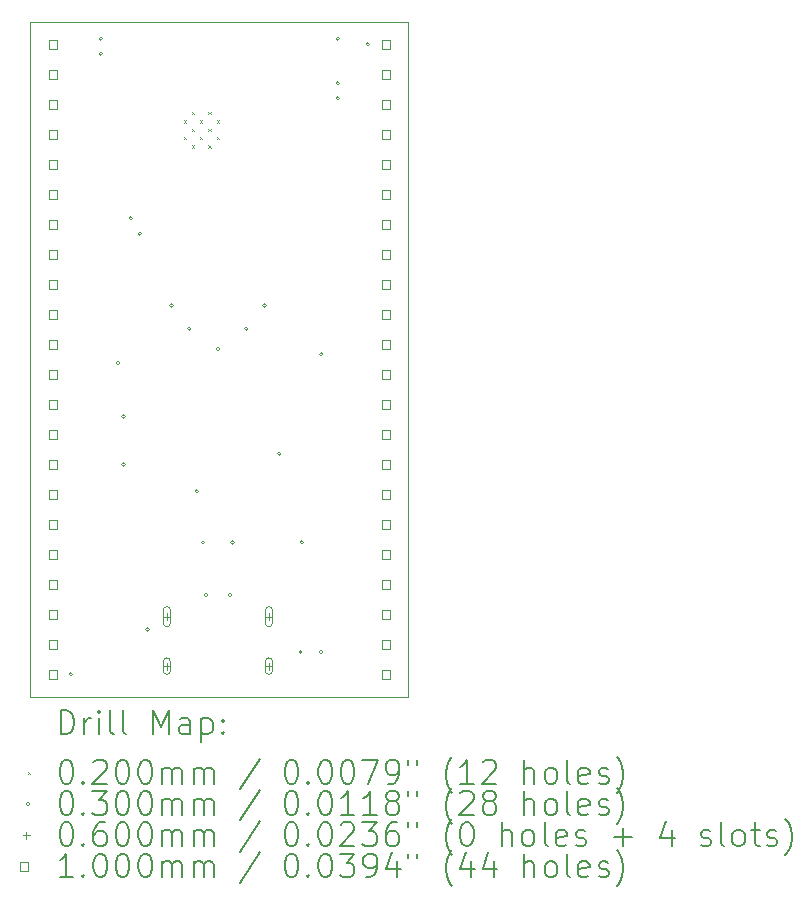
<source format=gbr>
%TF.GenerationSoftware,KiCad,Pcbnew,8.0.3*%
%TF.CreationDate,2024-06-27T11:15:38-04:00*%
%TF.ProjectId,ESP32-S3-DevBoard,45535033-322d-4533-932d-446576426f61,rev?*%
%TF.SameCoordinates,Original*%
%TF.FileFunction,Drillmap*%
%TF.FilePolarity,Positive*%
%FSLAX45Y45*%
G04 Gerber Fmt 4.5, Leading zero omitted, Abs format (unit mm)*
G04 Created by KiCad (PCBNEW 8.0.3) date 2024-06-27 11:15:38*
%MOMM*%
%LPD*%
G01*
G04 APERTURE LIST*
%ADD10C,0.050000*%
%ADD11C,0.200000*%
%ADD12C,0.100000*%
G04 APERTURE END LIST*
D10*
X17462500Y-5295900D02*
X20662900Y-5295900D01*
X20662900Y-11010900D01*
X17462500Y-11010900D01*
X17462500Y-5295900D01*
D11*
D12*
X18760000Y-6129600D02*
X18780000Y-6149600D01*
X18780000Y-6129600D02*
X18760000Y-6149600D01*
X18760000Y-6269600D02*
X18780000Y-6289600D01*
X18780000Y-6269600D02*
X18760000Y-6289600D01*
X18830000Y-6059600D02*
X18850000Y-6079600D01*
X18850000Y-6059600D02*
X18830000Y-6079600D01*
X18830000Y-6199600D02*
X18850000Y-6219600D01*
X18850000Y-6199600D02*
X18830000Y-6219600D01*
X18830000Y-6339600D02*
X18850000Y-6359600D01*
X18850000Y-6339600D02*
X18830000Y-6359600D01*
X18900000Y-6129600D02*
X18920000Y-6149600D01*
X18920000Y-6129600D02*
X18900000Y-6149600D01*
X18900000Y-6269600D02*
X18920000Y-6289600D01*
X18920000Y-6269600D02*
X18900000Y-6289600D01*
X18970000Y-6059600D02*
X18990000Y-6079600D01*
X18990000Y-6059600D02*
X18970000Y-6079600D01*
X18970000Y-6199600D02*
X18990000Y-6219600D01*
X18990000Y-6199600D02*
X18970000Y-6219600D01*
X18970000Y-6339600D02*
X18990000Y-6359600D01*
X18990000Y-6339600D02*
X18970000Y-6359600D01*
X19040000Y-6129600D02*
X19060000Y-6149600D01*
X19060000Y-6129600D02*
X19040000Y-6149600D01*
X19040000Y-6269600D02*
X19060000Y-6289600D01*
X19060000Y-6269600D02*
X19040000Y-6289600D01*
X17820400Y-10820400D02*
G75*
G02*
X17790400Y-10820400I-15000J0D01*
G01*
X17790400Y-10820400D02*
G75*
G02*
X17820400Y-10820400I15000J0D01*
G01*
X18074400Y-5438000D02*
G75*
G02*
X18044400Y-5438000I-15000J0D01*
G01*
X18044400Y-5438000D02*
G75*
G02*
X18074400Y-5438000I15000J0D01*
G01*
X18074400Y-5565000D02*
G75*
G02*
X18044400Y-5565000I-15000J0D01*
G01*
X18044400Y-5565000D02*
G75*
G02*
X18074400Y-5565000I15000J0D01*
G01*
X18220450Y-8185150D02*
G75*
G02*
X18190450Y-8185150I-15000J0D01*
G01*
X18190450Y-8185150D02*
G75*
G02*
X18220450Y-8185150I15000J0D01*
G01*
X18264900Y-8636000D02*
G75*
G02*
X18234900Y-8636000I-15000J0D01*
G01*
X18234900Y-8636000D02*
G75*
G02*
X18264900Y-8636000I15000J0D01*
G01*
X18264900Y-9042400D02*
G75*
G02*
X18234900Y-9042400I-15000J0D01*
G01*
X18234900Y-9042400D02*
G75*
G02*
X18264900Y-9042400I15000J0D01*
G01*
X18328400Y-6959600D02*
G75*
G02*
X18298400Y-6959600I-15000J0D01*
G01*
X18298400Y-6959600D02*
G75*
G02*
X18328400Y-6959600I15000J0D01*
G01*
X18404600Y-7088600D02*
G75*
G02*
X18374600Y-7088600I-15000J0D01*
G01*
X18374600Y-7088600D02*
G75*
G02*
X18404600Y-7088600I15000J0D01*
G01*
X18468100Y-10439400D02*
G75*
G02*
X18438100Y-10439400I-15000J0D01*
G01*
X18438100Y-10439400D02*
G75*
G02*
X18468100Y-10439400I15000J0D01*
G01*
X18671300Y-7696200D02*
G75*
G02*
X18641300Y-7696200I-15000J0D01*
G01*
X18641300Y-7696200D02*
G75*
G02*
X18671300Y-7696200I15000J0D01*
G01*
X18823700Y-7893500D02*
G75*
G02*
X18793700Y-7893500I-15000J0D01*
G01*
X18793700Y-7893500D02*
G75*
G02*
X18823700Y-7893500I15000J0D01*
G01*
X18887200Y-9271000D02*
G75*
G02*
X18857200Y-9271000I-15000J0D01*
G01*
X18857200Y-9271000D02*
G75*
G02*
X18887200Y-9271000I15000J0D01*
G01*
X18940000Y-9702800D02*
G75*
G02*
X18910000Y-9702800I-15000J0D01*
G01*
X18910000Y-9702800D02*
G75*
G02*
X18940000Y-9702800I15000J0D01*
G01*
X18963400Y-10147300D02*
G75*
G02*
X18933400Y-10147300I-15000J0D01*
G01*
X18933400Y-10147300D02*
G75*
G02*
X18963400Y-10147300I15000J0D01*
G01*
X19065000Y-8064500D02*
G75*
G02*
X19035000Y-8064500I-15000J0D01*
G01*
X19035000Y-8064500D02*
G75*
G02*
X19065000Y-8064500I15000J0D01*
G01*
X19166600Y-10147300D02*
G75*
G02*
X19136600Y-10147300I-15000J0D01*
G01*
X19136600Y-10147300D02*
G75*
G02*
X19166600Y-10147300I15000J0D01*
G01*
X19190000Y-9702800D02*
G75*
G02*
X19160000Y-9702800I-15000J0D01*
G01*
X19160000Y-9702800D02*
G75*
G02*
X19190000Y-9702800I15000J0D01*
G01*
X19306300Y-7893500D02*
G75*
G02*
X19276300Y-7893500I-15000J0D01*
G01*
X19276300Y-7893500D02*
G75*
G02*
X19306300Y-7893500I15000J0D01*
G01*
X19458700Y-7696200D02*
G75*
G02*
X19428700Y-7696200I-15000J0D01*
G01*
X19428700Y-7696200D02*
G75*
G02*
X19458700Y-7696200I15000J0D01*
G01*
X19587100Y-8952100D02*
G75*
G02*
X19557100Y-8952100I-15000J0D01*
G01*
X19557100Y-8952100D02*
G75*
G02*
X19587100Y-8952100I15000J0D01*
G01*
X19766150Y-10629900D02*
G75*
G02*
X19736150Y-10629900I-15000J0D01*
G01*
X19736150Y-10629900D02*
G75*
G02*
X19766150Y-10629900I15000J0D01*
G01*
X19776200Y-9702800D02*
G75*
G02*
X19746200Y-9702800I-15000J0D01*
G01*
X19746200Y-9702800D02*
G75*
G02*
X19776200Y-9702800I15000J0D01*
G01*
X19938650Y-10629900D02*
G75*
G02*
X19908650Y-10629900I-15000J0D01*
G01*
X19908650Y-10629900D02*
G75*
G02*
X19938650Y-10629900I15000J0D01*
G01*
X19941300Y-8108500D02*
G75*
G02*
X19911300Y-8108500I-15000J0D01*
G01*
X19911300Y-8108500D02*
G75*
G02*
X19941300Y-8108500I15000J0D01*
G01*
X20081000Y-5438000D02*
G75*
G02*
X20051000Y-5438000I-15000J0D01*
G01*
X20051000Y-5438000D02*
G75*
G02*
X20081000Y-5438000I15000J0D01*
G01*
X20081000Y-5816600D02*
G75*
G02*
X20051000Y-5816600I-15000J0D01*
G01*
X20051000Y-5816600D02*
G75*
G02*
X20081000Y-5816600I15000J0D01*
G01*
X20081000Y-5943600D02*
G75*
G02*
X20051000Y-5943600I-15000J0D01*
G01*
X20051000Y-5943600D02*
G75*
G02*
X20081000Y-5943600I15000J0D01*
G01*
X20335000Y-5486400D02*
G75*
G02*
X20305000Y-5486400I-15000J0D01*
G01*
X20305000Y-5486400D02*
G75*
G02*
X20335000Y-5486400I15000J0D01*
G01*
X18618000Y-10302100D02*
X18618000Y-10362100D01*
X18588000Y-10332100D02*
X18648000Y-10332100D01*
X18588000Y-10277100D02*
X18588000Y-10387100D01*
X18648000Y-10387100D02*
G75*
G02*
X18588000Y-10387100I-30000J0D01*
G01*
X18648000Y-10387100D02*
X18648000Y-10277100D01*
X18648000Y-10277100D02*
G75*
G03*
X18588000Y-10277100I-30000J0D01*
G01*
X18618000Y-10720100D02*
X18618000Y-10780100D01*
X18588000Y-10750100D02*
X18648000Y-10750100D01*
X18588000Y-10710100D02*
X18588000Y-10790100D01*
X18648000Y-10790100D02*
G75*
G02*
X18588000Y-10790100I-30000J0D01*
G01*
X18648000Y-10790100D02*
X18648000Y-10710100D01*
X18648000Y-10710100D02*
G75*
G03*
X18588000Y-10710100I-30000J0D01*
G01*
X19482000Y-10302100D02*
X19482000Y-10362100D01*
X19452000Y-10332100D02*
X19512000Y-10332100D01*
X19452000Y-10277100D02*
X19452000Y-10387100D01*
X19512000Y-10387100D02*
G75*
G02*
X19452000Y-10387100I-30000J0D01*
G01*
X19512000Y-10387100D02*
X19512000Y-10277100D01*
X19512000Y-10277100D02*
G75*
G03*
X19452000Y-10277100I-30000J0D01*
G01*
X19482000Y-10720100D02*
X19482000Y-10780100D01*
X19452000Y-10750100D02*
X19512000Y-10750100D01*
X19452000Y-10710100D02*
X19452000Y-10790100D01*
X19512000Y-10790100D02*
G75*
G02*
X19452000Y-10790100I-30000J0D01*
G01*
X19512000Y-10790100D02*
X19512000Y-10710100D01*
X19512000Y-10710100D02*
G75*
G03*
X19452000Y-10710100I-30000J0D01*
G01*
X17688356Y-5521756D02*
X17688356Y-5451044D01*
X17617644Y-5451044D01*
X17617644Y-5521756D01*
X17688356Y-5521756D01*
X17688356Y-5775756D02*
X17688356Y-5705044D01*
X17617644Y-5705044D01*
X17617644Y-5775756D01*
X17688356Y-5775756D01*
X17688356Y-6029756D02*
X17688356Y-5959044D01*
X17617644Y-5959044D01*
X17617644Y-6029756D01*
X17688356Y-6029756D01*
X17688356Y-6283756D02*
X17688356Y-6213044D01*
X17617644Y-6213044D01*
X17617644Y-6283756D01*
X17688356Y-6283756D01*
X17688356Y-6537756D02*
X17688356Y-6467044D01*
X17617644Y-6467044D01*
X17617644Y-6537756D01*
X17688356Y-6537756D01*
X17688356Y-6791756D02*
X17688356Y-6721044D01*
X17617644Y-6721044D01*
X17617644Y-6791756D01*
X17688356Y-6791756D01*
X17688356Y-7045756D02*
X17688356Y-6975044D01*
X17617644Y-6975044D01*
X17617644Y-7045756D01*
X17688356Y-7045756D01*
X17688356Y-7299756D02*
X17688356Y-7229044D01*
X17617644Y-7229044D01*
X17617644Y-7299756D01*
X17688356Y-7299756D01*
X17688356Y-7553756D02*
X17688356Y-7483044D01*
X17617644Y-7483044D01*
X17617644Y-7553756D01*
X17688356Y-7553756D01*
X17688356Y-7807756D02*
X17688356Y-7737044D01*
X17617644Y-7737044D01*
X17617644Y-7807756D01*
X17688356Y-7807756D01*
X17688356Y-8061756D02*
X17688356Y-7991044D01*
X17617644Y-7991044D01*
X17617644Y-8061756D01*
X17688356Y-8061756D01*
X17688356Y-8315756D02*
X17688356Y-8245044D01*
X17617644Y-8245044D01*
X17617644Y-8315756D01*
X17688356Y-8315756D01*
X17688356Y-8569756D02*
X17688356Y-8499044D01*
X17617644Y-8499044D01*
X17617644Y-8569756D01*
X17688356Y-8569756D01*
X17688356Y-8823756D02*
X17688356Y-8753044D01*
X17617644Y-8753044D01*
X17617644Y-8823756D01*
X17688356Y-8823756D01*
X17688356Y-9077756D02*
X17688356Y-9007044D01*
X17617644Y-9007044D01*
X17617644Y-9077756D01*
X17688356Y-9077756D01*
X17688356Y-9331756D02*
X17688356Y-9261044D01*
X17617644Y-9261044D01*
X17617644Y-9331756D01*
X17688356Y-9331756D01*
X17688356Y-9585756D02*
X17688356Y-9515044D01*
X17617644Y-9515044D01*
X17617644Y-9585756D01*
X17688356Y-9585756D01*
X17688356Y-9839756D02*
X17688356Y-9769044D01*
X17617644Y-9769044D01*
X17617644Y-9839756D01*
X17688356Y-9839756D01*
X17688356Y-10093756D02*
X17688356Y-10023044D01*
X17617644Y-10023044D01*
X17617644Y-10093756D01*
X17688356Y-10093756D01*
X17688356Y-10347756D02*
X17688356Y-10277044D01*
X17617644Y-10277044D01*
X17617644Y-10347756D01*
X17688356Y-10347756D01*
X17688356Y-10601756D02*
X17688356Y-10531044D01*
X17617644Y-10531044D01*
X17617644Y-10601756D01*
X17688356Y-10601756D01*
X17688356Y-10855756D02*
X17688356Y-10785044D01*
X17617644Y-10785044D01*
X17617644Y-10855756D01*
X17688356Y-10855756D01*
X20507756Y-5521756D02*
X20507756Y-5451044D01*
X20437044Y-5451044D01*
X20437044Y-5521756D01*
X20507756Y-5521756D01*
X20507756Y-5775756D02*
X20507756Y-5705044D01*
X20437044Y-5705044D01*
X20437044Y-5775756D01*
X20507756Y-5775756D01*
X20507756Y-6029756D02*
X20507756Y-5959044D01*
X20437044Y-5959044D01*
X20437044Y-6029756D01*
X20507756Y-6029756D01*
X20507756Y-6283756D02*
X20507756Y-6213044D01*
X20437044Y-6213044D01*
X20437044Y-6283756D01*
X20507756Y-6283756D01*
X20507756Y-6537756D02*
X20507756Y-6467044D01*
X20437044Y-6467044D01*
X20437044Y-6537756D01*
X20507756Y-6537756D01*
X20507756Y-6791756D02*
X20507756Y-6721044D01*
X20437044Y-6721044D01*
X20437044Y-6791756D01*
X20507756Y-6791756D01*
X20507756Y-7045756D02*
X20507756Y-6975044D01*
X20437044Y-6975044D01*
X20437044Y-7045756D01*
X20507756Y-7045756D01*
X20507756Y-7299756D02*
X20507756Y-7229044D01*
X20437044Y-7229044D01*
X20437044Y-7299756D01*
X20507756Y-7299756D01*
X20507756Y-7553756D02*
X20507756Y-7483044D01*
X20437044Y-7483044D01*
X20437044Y-7553756D01*
X20507756Y-7553756D01*
X20507756Y-7807756D02*
X20507756Y-7737044D01*
X20437044Y-7737044D01*
X20437044Y-7807756D01*
X20507756Y-7807756D01*
X20507756Y-8061756D02*
X20507756Y-7991044D01*
X20437044Y-7991044D01*
X20437044Y-8061756D01*
X20507756Y-8061756D01*
X20507756Y-8315756D02*
X20507756Y-8245044D01*
X20437044Y-8245044D01*
X20437044Y-8315756D01*
X20507756Y-8315756D01*
X20507756Y-8569756D02*
X20507756Y-8499044D01*
X20437044Y-8499044D01*
X20437044Y-8569756D01*
X20507756Y-8569756D01*
X20507756Y-8823756D02*
X20507756Y-8753044D01*
X20437044Y-8753044D01*
X20437044Y-8823756D01*
X20507756Y-8823756D01*
X20507756Y-9077756D02*
X20507756Y-9007044D01*
X20437044Y-9007044D01*
X20437044Y-9077756D01*
X20507756Y-9077756D01*
X20507756Y-9331756D02*
X20507756Y-9261044D01*
X20437044Y-9261044D01*
X20437044Y-9331756D01*
X20507756Y-9331756D01*
X20507756Y-9585756D02*
X20507756Y-9515044D01*
X20437044Y-9515044D01*
X20437044Y-9585756D01*
X20507756Y-9585756D01*
X20507756Y-9839756D02*
X20507756Y-9769044D01*
X20437044Y-9769044D01*
X20437044Y-9839756D01*
X20507756Y-9839756D01*
X20507756Y-10093756D02*
X20507756Y-10023044D01*
X20437044Y-10023044D01*
X20437044Y-10093756D01*
X20507756Y-10093756D01*
X20507756Y-10347756D02*
X20507756Y-10277044D01*
X20437044Y-10277044D01*
X20437044Y-10347756D01*
X20507756Y-10347756D01*
X20507756Y-10601756D02*
X20507756Y-10531044D01*
X20437044Y-10531044D01*
X20437044Y-10601756D01*
X20507756Y-10601756D01*
X20507756Y-10855756D02*
X20507756Y-10785044D01*
X20437044Y-10785044D01*
X20437044Y-10855756D01*
X20507756Y-10855756D01*
D11*
X17720777Y-11324884D02*
X17720777Y-11124884D01*
X17720777Y-11124884D02*
X17768396Y-11124884D01*
X17768396Y-11124884D02*
X17796967Y-11134408D01*
X17796967Y-11134408D02*
X17816015Y-11153455D01*
X17816015Y-11153455D02*
X17825539Y-11172503D01*
X17825539Y-11172503D02*
X17835063Y-11210598D01*
X17835063Y-11210598D02*
X17835063Y-11239169D01*
X17835063Y-11239169D02*
X17825539Y-11277265D01*
X17825539Y-11277265D02*
X17816015Y-11296312D01*
X17816015Y-11296312D02*
X17796967Y-11315360D01*
X17796967Y-11315360D02*
X17768396Y-11324884D01*
X17768396Y-11324884D02*
X17720777Y-11324884D01*
X17920777Y-11324884D02*
X17920777Y-11191550D01*
X17920777Y-11229646D02*
X17930301Y-11210598D01*
X17930301Y-11210598D02*
X17939824Y-11201074D01*
X17939824Y-11201074D02*
X17958872Y-11191550D01*
X17958872Y-11191550D02*
X17977920Y-11191550D01*
X18044586Y-11324884D02*
X18044586Y-11191550D01*
X18044586Y-11124884D02*
X18035063Y-11134408D01*
X18035063Y-11134408D02*
X18044586Y-11143931D01*
X18044586Y-11143931D02*
X18054110Y-11134408D01*
X18054110Y-11134408D02*
X18044586Y-11124884D01*
X18044586Y-11124884D02*
X18044586Y-11143931D01*
X18168396Y-11324884D02*
X18149348Y-11315360D01*
X18149348Y-11315360D02*
X18139824Y-11296312D01*
X18139824Y-11296312D02*
X18139824Y-11124884D01*
X18273158Y-11324884D02*
X18254110Y-11315360D01*
X18254110Y-11315360D02*
X18244586Y-11296312D01*
X18244586Y-11296312D02*
X18244586Y-11124884D01*
X18501729Y-11324884D02*
X18501729Y-11124884D01*
X18501729Y-11124884D02*
X18568396Y-11267741D01*
X18568396Y-11267741D02*
X18635063Y-11124884D01*
X18635063Y-11124884D02*
X18635063Y-11324884D01*
X18816015Y-11324884D02*
X18816015Y-11220122D01*
X18816015Y-11220122D02*
X18806491Y-11201074D01*
X18806491Y-11201074D02*
X18787444Y-11191550D01*
X18787444Y-11191550D02*
X18749348Y-11191550D01*
X18749348Y-11191550D02*
X18730301Y-11201074D01*
X18816015Y-11315360D02*
X18796967Y-11324884D01*
X18796967Y-11324884D02*
X18749348Y-11324884D01*
X18749348Y-11324884D02*
X18730301Y-11315360D01*
X18730301Y-11315360D02*
X18720777Y-11296312D01*
X18720777Y-11296312D02*
X18720777Y-11277265D01*
X18720777Y-11277265D02*
X18730301Y-11258217D01*
X18730301Y-11258217D02*
X18749348Y-11248693D01*
X18749348Y-11248693D02*
X18796967Y-11248693D01*
X18796967Y-11248693D02*
X18816015Y-11239169D01*
X18911253Y-11191550D02*
X18911253Y-11391550D01*
X18911253Y-11201074D02*
X18930301Y-11191550D01*
X18930301Y-11191550D02*
X18968396Y-11191550D01*
X18968396Y-11191550D02*
X18987444Y-11201074D01*
X18987444Y-11201074D02*
X18996967Y-11210598D01*
X18996967Y-11210598D02*
X19006491Y-11229646D01*
X19006491Y-11229646D02*
X19006491Y-11286788D01*
X19006491Y-11286788D02*
X18996967Y-11305836D01*
X18996967Y-11305836D02*
X18987444Y-11315360D01*
X18987444Y-11315360D02*
X18968396Y-11324884D01*
X18968396Y-11324884D02*
X18930301Y-11324884D01*
X18930301Y-11324884D02*
X18911253Y-11315360D01*
X19092205Y-11305836D02*
X19101729Y-11315360D01*
X19101729Y-11315360D02*
X19092205Y-11324884D01*
X19092205Y-11324884D02*
X19082682Y-11315360D01*
X19082682Y-11315360D02*
X19092205Y-11305836D01*
X19092205Y-11305836D02*
X19092205Y-11324884D01*
X19092205Y-11201074D02*
X19101729Y-11210598D01*
X19101729Y-11210598D02*
X19092205Y-11220122D01*
X19092205Y-11220122D02*
X19082682Y-11210598D01*
X19082682Y-11210598D02*
X19092205Y-11201074D01*
X19092205Y-11201074D02*
X19092205Y-11220122D01*
D12*
X17440000Y-11643400D02*
X17460000Y-11663400D01*
X17460000Y-11643400D02*
X17440000Y-11663400D01*
D11*
X17758872Y-11544884D02*
X17777920Y-11544884D01*
X17777920Y-11544884D02*
X17796967Y-11554408D01*
X17796967Y-11554408D02*
X17806491Y-11563931D01*
X17806491Y-11563931D02*
X17816015Y-11582979D01*
X17816015Y-11582979D02*
X17825539Y-11621074D01*
X17825539Y-11621074D02*
X17825539Y-11668693D01*
X17825539Y-11668693D02*
X17816015Y-11706788D01*
X17816015Y-11706788D02*
X17806491Y-11725836D01*
X17806491Y-11725836D02*
X17796967Y-11735360D01*
X17796967Y-11735360D02*
X17777920Y-11744884D01*
X17777920Y-11744884D02*
X17758872Y-11744884D01*
X17758872Y-11744884D02*
X17739824Y-11735360D01*
X17739824Y-11735360D02*
X17730301Y-11725836D01*
X17730301Y-11725836D02*
X17720777Y-11706788D01*
X17720777Y-11706788D02*
X17711253Y-11668693D01*
X17711253Y-11668693D02*
X17711253Y-11621074D01*
X17711253Y-11621074D02*
X17720777Y-11582979D01*
X17720777Y-11582979D02*
X17730301Y-11563931D01*
X17730301Y-11563931D02*
X17739824Y-11554408D01*
X17739824Y-11554408D02*
X17758872Y-11544884D01*
X17911253Y-11725836D02*
X17920777Y-11735360D01*
X17920777Y-11735360D02*
X17911253Y-11744884D01*
X17911253Y-11744884D02*
X17901729Y-11735360D01*
X17901729Y-11735360D02*
X17911253Y-11725836D01*
X17911253Y-11725836D02*
X17911253Y-11744884D01*
X17996967Y-11563931D02*
X18006491Y-11554408D01*
X18006491Y-11554408D02*
X18025539Y-11544884D01*
X18025539Y-11544884D02*
X18073158Y-11544884D01*
X18073158Y-11544884D02*
X18092205Y-11554408D01*
X18092205Y-11554408D02*
X18101729Y-11563931D01*
X18101729Y-11563931D02*
X18111253Y-11582979D01*
X18111253Y-11582979D02*
X18111253Y-11602027D01*
X18111253Y-11602027D02*
X18101729Y-11630598D01*
X18101729Y-11630598D02*
X17987444Y-11744884D01*
X17987444Y-11744884D02*
X18111253Y-11744884D01*
X18235063Y-11544884D02*
X18254110Y-11544884D01*
X18254110Y-11544884D02*
X18273158Y-11554408D01*
X18273158Y-11554408D02*
X18282682Y-11563931D01*
X18282682Y-11563931D02*
X18292205Y-11582979D01*
X18292205Y-11582979D02*
X18301729Y-11621074D01*
X18301729Y-11621074D02*
X18301729Y-11668693D01*
X18301729Y-11668693D02*
X18292205Y-11706788D01*
X18292205Y-11706788D02*
X18282682Y-11725836D01*
X18282682Y-11725836D02*
X18273158Y-11735360D01*
X18273158Y-11735360D02*
X18254110Y-11744884D01*
X18254110Y-11744884D02*
X18235063Y-11744884D01*
X18235063Y-11744884D02*
X18216015Y-11735360D01*
X18216015Y-11735360D02*
X18206491Y-11725836D01*
X18206491Y-11725836D02*
X18196967Y-11706788D01*
X18196967Y-11706788D02*
X18187444Y-11668693D01*
X18187444Y-11668693D02*
X18187444Y-11621074D01*
X18187444Y-11621074D02*
X18196967Y-11582979D01*
X18196967Y-11582979D02*
X18206491Y-11563931D01*
X18206491Y-11563931D02*
X18216015Y-11554408D01*
X18216015Y-11554408D02*
X18235063Y-11544884D01*
X18425539Y-11544884D02*
X18444586Y-11544884D01*
X18444586Y-11544884D02*
X18463634Y-11554408D01*
X18463634Y-11554408D02*
X18473158Y-11563931D01*
X18473158Y-11563931D02*
X18482682Y-11582979D01*
X18482682Y-11582979D02*
X18492205Y-11621074D01*
X18492205Y-11621074D02*
X18492205Y-11668693D01*
X18492205Y-11668693D02*
X18482682Y-11706788D01*
X18482682Y-11706788D02*
X18473158Y-11725836D01*
X18473158Y-11725836D02*
X18463634Y-11735360D01*
X18463634Y-11735360D02*
X18444586Y-11744884D01*
X18444586Y-11744884D02*
X18425539Y-11744884D01*
X18425539Y-11744884D02*
X18406491Y-11735360D01*
X18406491Y-11735360D02*
X18396967Y-11725836D01*
X18396967Y-11725836D02*
X18387444Y-11706788D01*
X18387444Y-11706788D02*
X18377920Y-11668693D01*
X18377920Y-11668693D02*
X18377920Y-11621074D01*
X18377920Y-11621074D02*
X18387444Y-11582979D01*
X18387444Y-11582979D02*
X18396967Y-11563931D01*
X18396967Y-11563931D02*
X18406491Y-11554408D01*
X18406491Y-11554408D02*
X18425539Y-11544884D01*
X18577920Y-11744884D02*
X18577920Y-11611550D01*
X18577920Y-11630598D02*
X18587444Y-11621074D01*
X18587444Y-11621074D02*
X18606491Y-11611550D01*
X18606491Y-11611550D02*
X18635063Y-11611550D01*
X18635063Y-11611550D02*
X18654110Y-11621074D01*
X18654110Y-11621074D02*
X18663634Y-11640122D01*
X18663634Y-11640122D02*
X18663634Y-11744884D01*
X18663634Y-11640122D02*
X18673158Y-11621074D01*
X18673158Y-11621074D02*
X18692205Y-11611550D01*
X18692205Y-11611550D02*
X18720777Y-11611550D01*
X18720777Y-11611550D02*
X18739825Y-11621074D01*
X18739825Y-11621074D02*
X18749348Y-11640122D01*
X18749348Y-11640122D02*
X18749348Y-11744884D01*
X18844586Y-11744884D02*
X18844586Y-11611550D01*
X18844586Y-11630598D02*
X18854110Y-11621074D01*
X18854110Y-11621074D02*
X18873158Y-11611550D01*
X18873158Y-11611550D02*
X18901729Y-11611550D01*
X18901729Y-11611550D02*
X18920777Y-11621074D01*
X18920777Y-11621074D02*
X18930301Y-11640122D01*
X18930301Y-11640122D02*
X18930301Y-11744884D01*
X18930301Y-11640122D02*
X18939825Y-11621074D01*
X18939825Y-11621074D02*
X18958872Y-11611550D01*
X18958872Y-11611550D02*
X18987444Y-11611550D01*
X18987444Y-11611550D02*
X19006491Y-11621074D01*
X19006491Y-11621074D02*
X19016015Y-11640122D01*
X19016015Y-11640122D02*
X19016015Y-11744884D01*
X19406491Y-11535360D02*
X19235063Y-11792503D01*
X19663634Y-11544884D02*
X19682682Y-11544884D01*
X19682682Y-11544884D02*
X19701729Y-11554408D01*
X19701729Y-11554408D02*
X19711253Y-11563931D01*
X19711253Y-11563931D02*
X19720777Y-11582979D01*
X19720777Y-11582979D02*
X19730301Y-11621074D01*
X19730301Y-11621074D02*
X19730301Y-11668693D01*
X19730301Y-11668693D02*
X19720777Y-11706788D01*
X19720777Y-11706788D02*
X19711253Y-11725836D01*
X19711253Y-11725836D02*
X19701729Y-11735360D01*
X19701729Y-11735360D02*
X19682682Y-11744884D01*
X19682682Y-11744884D02*
X19663634Y-11744884D01*
X19663634Y-11744884D02*
X19644587Y-11735360D01*
X19644587Y-11735360D02*
X19635063Y-11725836D01*
X19635063Y-11725836D02*
X19625539Y-11706788D01*
X19625539Y-11706788D02*
X19616015Y-11668693D01*
X19616015Y-11668693D02*
X19616015Y-11621074D01*
X19616015Y-11621074D02*
X19625539Y-11582979D01*
X19625539Y-11582979D02*
X19635063Y-11563931D01*
X19635063Y-11563931D02*
X19644587Y-11554408D01*
X19644587Y-11554408D02*
X19663634Y-11544884D01*
X19816015Y-11725836D02*
X19825539Y-11735360D01*
X19825539Y-11735360D02*
X19816015Y-11744884D01*
X19816015Y-11744884D02*
X19806491Y-11735360D01*
X19806491Y-11735360D02*
X19816015Y-11725836D01*
X19816015Y-11725836D02*
X19816015Y-11744884D01*
X19949348Y-11544884D02*
X19968396Y-11544884D01*
X19968396Y-11544884D02*
X19987444Y-11554408D01*
X19987444Y-11554408D02*
X19996968Y-11563931D01*
X19996968Y-11563931D02*
X20006491Y-11582979D01*
X20006491Y-11582979D02*
X20016015Y-11621074D01*
X20016015Y-11621074D02*
X20016015Y-11668693D01*
X20016015Y-11668693D02*
X20006491Y-11706788D01*
X20006491Y-11706788D02*
X19996968Y-11725836D01*
X19996968Y-11725836D02*
X19987444Y-11735360D01*
X19987444Y-11735360D02*
X19968396Y-11744884D01*
X19968396Y-11744884D02*
X19949348Y-11744884D01*
X19949348Y-11744884D02*
X19930301Y-11735360D01*
X19930301Y-11735360D02*
X19920777Y-11725836D01*
X19920777Y-11725836D02*
X19911253Y-11706788D01*
X19911253Y-11706788D02*
X19901729Y-11668693D01*
X19901729Y-11668693D02*
X19901729Y-11621074D01*
X19901729Y-11621074D02*
X19911253Y-11582979D01*
X19911253Y-11582979D02*
X19920777Y-11563931D01*
X19920777Y-11563931D02*
X19930301Y-11554408D01*
X19930301Y-11554408D02*
X19949348Y-11544884D01*
X20139825Y-11544884D02*
X20158872Y-11544884D01*
X20158872Y-11544884D02*
X20177920Y-11554408D01*
X20177920Y-11554408D02*
X20187444Y-11563931D01*
X20187444Y-11563931D02*
X20196968Y-11582979D01*
X20196968Y-11582979D02*
X20206491Y-11621074D01*
X20206491Y-11621074D02*
X20206491Y-11668693D01*
X20206491Y-11668693D02*
X20196968Y-11706788D01*
X20196968Y-11706788D02*
X20187444Y-11725836D01*
X20187444Y-11725836D02*
X20177920Y-11735360D01*
X20177920Y-11735360D02*
X20158872Y-11744884D01*
X20158872Y-11744884D02*
X20139825Y-11744884D01*
X20139825Y-11744884D02*
X20120777Y-11735360D01*
X20120777Y-11735360D02*
X20111253Y-11725836D01*
X20111253Y-11725836D02*
X20101729Y-11706788D01*
X20101729Y-11706788D02*
X20092206Y-11668693D01*
X20092206Y-11668693D02*
X20092206Y-11621074D01*
X20092206Y-11621074D02*
X20101729Y-11582979D01*
X20101729Y-11582979D02*
X20111253Y-11563931D01*
X20111253Y-11563931D02*
X20120777Y-11554408D01*
X20120777Y-11554408D02*
X20139825Y-11544884D01*
X20273158Y-11544884D02*
X20406491Y-11544884D01*
X20406491Y-11544884D02*
X20320777Y-11744884D01*
X20492206Y-11744884D02*
X20530301Y-11744884D01*
X20530301Y-11744884D02*
X20549349Y-11735360D01*
X20549349Y-11735360D02*
X20558872Y-11725836D01*
X20558872Y-11725836D02*
X20577920Y-11697265D01*
X20577920Y-11697265D02*
X20587444Y-11659169D01*
X20587444Y-11659169D02*
X20587444Y-11582979D01*
X20587444Y-11582979D02*
X20577920Y-11563931D01*
X20577920Y-11563931D02*
X20568396Y-11554408D01*
X20568396Y-11554408D02*
X20549349Y-11544884D01*
X20549349Y-11544884D02*
X20511253Y-11544884D01*
X20511253Y-11544884D02*
X20492206Y-11554408D01*
X20492206Y-11554408D02*
X20482682Y-11563931D01*
X20482682Y-11563931D02*
X20473158Y-11582979D01*
X20473158Y-11582979D02*
X20473158Y-11630598D01*
X20473158Y-11630598D02*
X20482682Y-11649646D01*
X20482682Y-11649646D02*
X20492206Y-11659169D01*
X20492206Y-11659169D02*
X20511253Y-11668693D01*
X20511253Y-11668693D02*
X20549349Y-11668693D01*
X20549349Y-11668693D02*
X20568396Y-11659169D01*
X20568396Y-11659169D02*
X20577920Y-11649646D01*
X20577920Y-11649646D02*
X20587444Y-11630598D01*
X20663634Y-11544884D02*
X20663634Y-11582979D01*
X20739825Y-11544884D02*
X20739825Y-11582979D01*
X21035063Y-11821074D02*
X21025539Y-11811550D01*
X21025539Y-11811550D02*
X21006491Y-11782979D01*
X21006491Y-11782979D02*
X20996968Y-11763931D01*
X20996968Y-11763931D02*
X20987444Y-11735360D01*
X20987444Y-11735360D02*
X20977920Y-11687741D01*
X20977920Y-11687741D02*
X20977920Y-11649646D01*
X20977920Y-11649646D02*
X20987444Y-11602027D01*
X20987444Y-11602027D02*
X20996968Y-11573455D01*
X20996968Y-11573455D02*
X21006491Y-11554408D01*
X21006491Y-11554408D02*
X21025539Y-11525836D01*
X21025539Y-11525836D02*
X21035063Y-11516312D01*
X21216015Y-11744884D02*
X21101730Y-11744884D01*
X21158872Y-11744884D02*
X21158872Y-11544884D01*
X21158872Y-11544884D02*
X21139825Y-11573455D01*
X21139825Y-11573455D02*
X21120777Y-11592503D01*
X21120777Y-11592503D02*
X21101730Y-11602027D01*
X21292206Y-11563931D02*
X21301730Y-11554408D01*
X21301730Y-11554408D02*
X21320777Y-11544884D01*
X21320777Y-11544884D02*
X21368396Y-11544884D01*
X21368396Y-11544884D02*
X21387444Y-11554408D01*
X21387444Y-11554408D02*
X21396968Y-11563931D01*
X21396968Y-11563931D02*
X21406491Y-11582979D01*
X21406491Y-11582979D02*
X21406491Y-11602027D01*
X21406491Y-11602027D02*
X21396968Y-11630598D01*
X21396968Y-11630598D02*
X21282682Y-11744884D01*
X21282682Y-11744884D02*
X21406491Y-11744884D01*
X21644587Y-11744884D02*
X21644587Y-11544884D01*
X21730301Y-11744884D02*
X21730301Y-11640122D01*
X21730301Y-11640122D02*
X21720777Y-11621074D01*
X21720777Y-11621074D02*
X21701730Y-11611550D01*
X21701730Y-11611550D02*
X21673158Y-11611550D01*
X21673158Y-11611550D02*
X21654111Y-11621074D01*
X21654111Y-11621074D02*
X21644587Y-11630598D01*
X21854111Y-11744884D02*
X21835063Y-11735360D01*
X21835063Y-11735360D02*
X21825539Y-11725836D01*
X21825539Y-11725836D02*
X21816015Y-11706788D01*
X21816015Y-11706788D02*
X21816015Y-11649646D01*
X21816015Y-11649646D02*
X21825539Y-11630598D01*
X21825539Y-11630598D02*
X21835063Y-11621074D01*
X21835063Y-11621074D02*
X21854111Y-11611550D01*
X21854111Y-11611550D02*
X21882682Y-11611550D01*
X21882682Y-11611550D02*
X21901730Y-11621074D01*
X21901730Y-11621074D02*
X21911253Y-11630598D01*
X21911253Y-11630598D02*
X21920777Y-11649646D01*
X21920777Y-11649646D02*
X21920777Y-11706788D01*
X21920777Y-11706788D02*
X21911253Y-11725836D01*
X21911253Y-11725836D02*
X21901730Y-11735360D01*
X21901730Y-11735360D02*
X21882682Y-11744884D01*
X21882682Y-11744884D02*
X21854111Y-11744884D01*
X22035063Y-11744884D02*
X22016015Y-11735360D01*
X22016015Y-11735360D02*
X22006492Y-11716312D01*
X22006492Y-11716312D02*
X22006492Y-11544884D01*
X22187444Y-11735360D02*
X22168396Y-11744884D01*
X22168396Y-11744884D02*
X22130301Y-11744884D01*
X22130301Y-11744884D02*
X22111253Y-11735360D01*
X22111253Y-11735360D02*
X22101730Y-11716312D01*
X22101730Y-11716312D02*
X22101730Y-11640122D01*
X22101730Y-11640122D02*
X22111253Y-11621074D01*
X22111253Y-11621074D02*
X22130301Y-11611550D01*
X22130301Y-11611550D02*
X22168396Y-11611550D01*
X22168396Y-11611550D02*
X22187444Y-11621074D01*
X22187444Y-11621074D02*
X22196968Y-11640122D01*
X22196968Y-11640122D02*
X22196968Y-11659169D01*
X22196968Y-11659169D02*
X22101730Y-11678217D01*
X22273158Y-11735360D02*
X22292206Y-11744884D01*
X22292206Y-11744884D02*
X22330301Y-11744884D01*
X22330301Y-11744884D02*
X22349349Y-11735360D01*
X22349349Y-11735360D02*
X22358873Y-11716312D01*
X22358873Y-11716312D02*
X22358873Y-11706788D01*
X22358873Y-11706788D02*
X22349349Y-11687741D01*
X22349349Y-11687741D02*
X22330301Y-11678217D01*
X22330301Y-11678217D02*
X22301730Y-11678217D01*
X22301730Y-11678217D02*
X22282682Y-11668693D01*
X22282682Y-11668693D02*
X22273158Y-11649646D01*
X22273158Y-11649646D02*
X22273158Y-11640122D01*
X22273158Y-11640122D02*
X22282682Y-11621074D01*
X22282682Y-11621074D02*
X22301730Y-11611550D01*
X22301730Y-11611550D02*
X22330301Y-11611550D01*
X22330301Y-11611550D02*
X22349349Y-11621074D01*
X22425539Y-11821074D02*
X22435063Y-11811550D01*
X22435063Y-11811550D02*
X22454111Y-11782979D01*
X22454111Y-11782979D02*
X22463634Y-11763931D01*
X22463634Y-11763931D02*
X22473158Y-11735360D01*
X22473158Y-11735360D02*
X22482682Y-11687741D01*
X22482682Y-11687741D02*
X22482682Y-11649646D01*
X22482682Y-11649646D02*
X22473158Y-11602027D01*
X22473158Y-11602027D02*
X22463634Y-11573455D01*
X22463634Y-11573455D02*
X22454111Y-11554408D01*
X22454111Y-11554408D02*
X22435063Y-11525836D01*
X22435063Y-11525836D02*
X22425539Y-11516312D01*
D12*
X17460000Y-11917400D02*
G75*
G02*
X17430000Y-11917400I-15000J0D01*
G01*
X17430000Y-11917400D02*
G75*
G02*
X17460000Y-11917400I15000J0D01*
G01*
D11*
X17758872Y-11808884D02*
X17777920Y-11808884D01*
X17777920Y-11808884D02*
X17796967Y-11818408D01*
X17796967Y-11818408D02*
X17806491Y-11827931D01*
X17806491Y-11827931D02*
X17816015Y-11846979D01*
X17816015Y-11846979D02*
X17825539Y-11885074D01*
X17825539Y-11885074D02*
X17825539Y-11932693D01*
X17825539Y-11932693D02*
X17816015Y-11970788D01*
X17816015Y-11970788D02*
X17806491Y-11989836D01*
X17806491Y-11989836D02*
X17796967Y-11999360D01*
X17796967Y-11999360D02*
X17777920Y-12008884D01*
X17777920Y-12008884D02*
X17758872Y-12008884D01*
X17758872Y-12008884D02*
X17739824Y-11999360D01*
X17739824Y-11999360D02*
X17730301Y-11989836D01*
X17730301Y-11989836D02*
X17720777Y-11970788D01*
X17720777Y-11970788D02*
X17711253Y-11932693D01*
X17711253Y-11932693D02*
X17711253Y-11885074D01*
X17711253Y-11885074D02*
X17720777Y-11846979D01*
X17720777Y-11846979D02*
X17730301Y-11827931D01*
X17730301Y-11827931D02*
X17739824Y-11818408D01*
X17739824Y-11818408D02*
X17758872Y-11808884D01*
X17911253Y-11989836D02*
X17920777Y-11999360D01*
X17920777Y-11999360D02*
X17911253Y-12008884D01*
X17911253Y-12008884D02*
X17901729Y-11999360D01*
X17901729Y-11999360D02*
X17911253Y-11989836D01*
X17911253Y-11989836D02*
X17911253Y-12008884D01*
X17987444Y-11808884D02*
X18111253Y-11808884D01*
X18111253Y-11808884D02*
X18044586Y-11885074D01*
X18044586Y-11885074D02*
X18073158Y-11885074D01*
X18073158Y-11885074D02*
X18092205Y-11894598D01*
X18092205Y-11894598D02*
X18101729Y-11904122D01*
X18101729Y-11904122D02*
X18111253Y-11923169D01*
X18111253Y-11923169D02*
X18111253Y-11970788D01*
X18111253Y-11970788D02*
X18101729Y-11989836D01*
X18101729Y-11989836D02*
X18092205Y-11999360D01*
X18092205Y-11999360D02*
X18073158Y-12008884D01*
X18073158Y-12008884D02*
X18016015Y-12008884D01*
X18016015Y-12008884D02*
X17996967Y-11999360D01*
X17996967Y-11999360D02*
X17987444Y-11989836D01*
X18235063Y-11808884D02*
X18254110Y-11808884D01*
X18254110Y-11808884D02*
X18273158Y-11818408D01*
X18273158Y-11818408D02*
X18282682Y-11827931D01*
X18282682Y-11827931D02*
X18292205Y-11846979D01*
X18292205Y-11846979D02*
X18301729Y-11885074D01*
X18301729Y-11885074D02*
X18301729Y-11932693D01*
X18301729Y-11932693D02*
X18292205Y-11970788D01*
X18292205Y-11970788D02*
X18282682Y-11989836D01*
X18282682Y-11989836D02*
X18273158Y-11999360D01*
X18273158Y-11999360D02*
X18254110Y-12008884D01*
X18254110Y-12008884D02*
X18235063Y-12008884D01*
X18235063Y-12008884D02*
X18216015Y-11999360D01*
X18216015Y-11999360D02*
X18206491Y-11989836D01*
X18206491Y-11989836D02*
X18196967Y-11970788D01*
X18196967Y-11970788D02*
X18187444Y-11932693D01*
X18187444Y-11932693D02*
X18187444Y-11885074D01*
X18187444Y-11885074D02*
X18196967Y-11846979D01*
X18196967Y-11846979D02*
X18206491Y-11827931D01*
X18206491Y-11827931D02*
X18216015Y-11818408D01*
X18216015Y-11818408D02*
X18235063Y-11808884D01*
X18425539Y-11808884D02*
X18444586Y-11808884D01*
X18444586Y-11808884D02*
X18463634Y-11818408D01*
X18463634Y-11818408D02*
X18473158Y-11827931D01*
X18473158Y-11827931D02*
X18482682Y-11846979D01*
X18482682Y-11846979D02*
X18492205Y-11885074D01*
X18492205Y-11885074D02*
X18492205Y-11932693D01*
X18492205Y-11932693D02*
X18482682Y-11970788D01*
X18482682Y-11970788D02*
X18473158Y-11989836D01*
X18473158Y-11989836D02*
X18463634Y-11999360D01*
X18463634Y-11999360D02*
X18444586Y-12008884D01*
X18444586Y-12008884D02*
X18425539Y-12008884D01*
X18425539Y-12008884D02*
X18406491Y-11999360D01*
X18406491Y-11999360D02*
X18396967Y-11989836D01*
X18396967Y-11989836D02*
X18387444Y-11970788D01*
X18387444Y-11970788D02*
X18377920Y-11932693D01*
X18377920Y-11932693D02*
X18377920Y-11885074D01*
X18377920Y-11885074D02*
X18387444Y-11846979D01*
X18387444Y-11846979D02*
X18396967Y-11827931D01*
X18396967Y-11827931D02*
X18406491Y-11818408D01*
X18406491Y-11818408D02*
X18425539Y-11808884D01*
X18577920Y-12008884D02*
X18577920Y-11875550D01*
X18577920Y-11894598D02*
X18587444Y-11885074D01*
X18587444Y-11885074D02*
X18606491Y-11875550D01*
X18606491Y-11875550D02*
X18635063Y-11875550D01*
X18635063Y-11875550D02*
X18654110Y-11885074D01*
X18654110Y-11885074D02*
X18663634Y-11904122D01*
X18663634Y-11904122D02*
X18663634Y-12008884D01*
X18663634Y-11904122D02*
X18673158Y-11885074D01*
X18673158Y-11885074D02*
X18692205Y-11875550D01*
X18692205Y-11875550D02*
X18720777Y-11875550D01*
X18720777Y-11875550D02*
X18739825Y-11885074D01*
X18739825Y-11885074D02*
X18749348Y-11904122D01*
X18749348Y-11904122D02*
X18749348Y-12008884D01*
X18844586Y-12008884D02*
X18844586Y-11875550D01*
X18844586Y-11894598D02*
X18854110Y-11885074D01*
X18854110Y-11885074D02*
X18873158Y-11875550D01*
X18873158Y-11875550D02*
X18901729Y-11875550D01*
X18901729Y-11875550D02*
X18920777Y-11885074D01*
X18920777Y-11885074D02*
X18930301Y-11904122D01*
X18930301Y-11904122D02*
X18930301Y-12008884D01*
X18930301Y-11904122D02*
X18939825Y-11885074D01*
X18939825Y-11885074D02*
X18958872Y-11875550D01*
X18958872Y-11875550D02*
X18987444Y-11875550D01*
X18987444Y-11875550D02*
X19006491Y-11885074D01*
X19006491Y-11885074D02*
X19016015Y-11904122D01*
X19016015Y-11904122D02*
X19016015Y-12008884D01*
X19406491Y-11799360D02*
X19235063Y-12056503D01*
X19663634Y-11808884D02*
X19682682Y-11808884D01*
X19682682Y-11808884D02*
X19701729Y-11818408D01*
X19701729Y-11818408D02*
X19711253Y-11827931D01*
X19711253Y-11827931D02*
X19720777Y-11846979D01*
X19720777Y-11846979D02*
X19730301Y-11885074D01*
X19730301Y-11885074D02*
X19730301Y-11932693D01*
X19730301Y-11932693D02*
X19720777Y-11970788D01*
X19720777Y-11970788D02*
X19711253Y-11989836D01*
X19711253Y-11989836D02*
X19701729Y-11999360D01*
X19701729Y-11999360D02*
X19682682Y-12008884D01*
X19682682Y-12008884D02*
X19663634Y-12008884D01*
X19663634Y-12008884D02*
X19644587Y-11999360D01*
X19644587Y-11999360D02*
X19635063Y-11989836D01*
X19635063Y-11989836D02*
X19625539Y-11970788D01*
X19625539Y-11970788D02*
X19616015Y-11932693D01*
X19616015Y-11932693D02*
X19616015Y-11885074D01*
X19616015Y-11885074D02*
X19625539Y-11846979D01*
X19625539Y-11846979D02*
X19635063Y-11827931D01*
X19635063Y-11827931D02*
X19644587Y-11818408D01*
X19644587Y-11818408D02*
X19663634Y-11808884D01*
X19816015Y-11989836D02*
X19825539Y-11999360D01*
X19825539Y-11999360D02*
X19816015Y-12008884D01*
X19816015Y-12008884D02*
X19806491Y-11999360D01*
X19806491Y-11999360D02*
X19816015Y-11989836D01*
X19816015Y-11989836D02*
X19816015Y-12008884D01*
X19949348Y-11808884D02*
X19968396Y-11808884D01*
X19968396Y-11808884D02*
X19987444Y-11818408D01*
X19987444Y-11818408D02*
X19996968Y-11827931D01*
X19996968Y-11827931D02*
X20006491Y-11846979D01*
X20006491Y-11846979D02*
X20016015Y-11885074D01*
X20016015Y-11885074D02*
X20016015Y-11932693D01*
X20016015Y-11932693D02*
X20006491Y-11970788D01*
X20006491Y-11970788D02*
X19996968Y-11989836D01*
X19996968Y-11989836D02*
X19987444Y-11999360D01*
X19987444Y-11999360D02*
X19968396Y-12008884D01*
X19968396Y-12008884D02*
X19949348Y-12008884D01*
X19949348Y-12008884D02*
X19930301Y-11999360D01*
X19930301Y-11999360D02*
X19920777Y-11989836D01*
X19920777Y-11989836D02*
X19911253Y-11970788D01*
X19911253Y-11970788D02*
X19901729Y-11932693D01*
X19901729Y-11932693D02*
X19901729Y-11885074D01*
X19901729Y-11885074D02*
X19911253Y-11846979D01*
X19911253Y-11846979D02*
X19920777Y-11827931D01*
X19920777Y-11827931D02*
X19930301Y-11818408D01*
X19930301Y-11818408D02*
X19949348Y-11808884D01*
X20206491Y-12008884D02*
X20092206Y-12008884D01*
X20149348Y-12008884D02*
X20149348Y-11808884D01*
X20149348Y-11808884D02*
X20130301Y-11837455D01*
X20130301Y-11837455D02*
X20111253Y-11856503D01*
X20111253Y-11856503D02*
X20092206Y-11866027D01*
X20396968Y-12008884D02*
X20282682Y-12008884D01*
X20339825Y-12008884D02*
X20339825Y-11808884D01*
X20339825Y-11808884D02*
X20320777Y-11837455D01*
X20320777Y-11837455D02*
X20301729Y-11856503D01*
X20301729Y-11856503D02*
X20282682Y-11866027D01*
X20511253Y-11894598D02*
X20492206Y-11885074D01*
X20492206Y-11885074D02*
X20482682Y-11875550D01*
X20482682Y-11875550D02*
X20473158Y-11856503D01*
X20473158Y-11856503D02*
X20473158Y-11846979D01*
X20473158Y-11846979D02*
X20482682Y-11827931D01*
X20482682Y-11827931D02*
X20492206Y-11818408D01*
X20492206Y-11818408D02*
X20511253Y-11808884D01*
X20511253Y-11808884D02*
X20549349Y-11808884D01*
X20549349Y-11808884D02*
X20568396Y-11818408D01*
X20568396Y-11818408D02*
X20577920Y-11827931D01*
X20577920Y-11827931D02*
X20587444Y-11846979D01*
X20587444Y-11846979D02*
X20587444Y-11856503D01*
X20587444Y-11856503D02*
X20577920Y-11875550D01*
X20577920Y-11875550D02*
X20568396Y-11885074D01*
X20568396Y-11885074D02*
X20549349Y-11894598D01*
X20549349Y-11894598D02*
X20511253Y-11894598D01*
X20511253Y-11894598D02*
X20492206Y-11904122D01*
X20492206Y-11904122D02*
X20482682Y-11913646D01*
X20482682Y-11913646D02*
X20473158Y-11932693D01*
X20473158Y-11932693D02*
X20473158Y-11970788D01*
X20473158Y-11970788D02*
X20482682Y-11989836D01*
X20482682Y-11989836D02*
X20492206Y-11999360D01*
X20492206Y-11999360D02*
X20511253Y-12008884D01*
X20511253Y-12008884D02*
X20549349Y-12008884D01*
X20549349Y-12008884D02*
X20568396Y-11999360D01*
X20568396Y-11999360D02*
X20577920Y-11989836D01*
X20577920Y-11989836D02*
X20587444Y-11970788D01*
X20587444Y-11970788D02*
X20587444Y-11932693D01*
X20587444Y-11932693D02*
X20577920Y-11913646D01*
X20577920Y-11913646D02*
X20568396Y-11904122D01*
X20568396Y-11904122D02*
X20549349Y-11894598D01*
X20663634Y-11808884D02*
X20663634Y-11846979D01*
X20739825Y-11808884D02*
X20739825Y-11846979D01*
X21035063Y-12085074D02*
X21025539Y-12075550D01*
X21025539Y-12075550D02*
X21006491Y-12046979D01*
X21006491Y-12046979D02*
X20996968Y-12027931D01*
X20996968Y-12027931D02*
X20987444Y-11999360D01*
X20987444Y-11999360D02*
X20977920Y-11951741D01*
X20977920Y-11951741D02*
X20977920Y-11913646D01*
X20977920Y-11913646D02*
X20987444Y-11866027D01*
X20987444Y-11866027D02*
X20996968Y-11837455D01*
X20996968Y-11837455D02*
X21006491Y-11818408D01*
X21006491Y-11818408D02*
X21025539Y-11789836D01*
X21025539Y-11789836D02*
X21035063Y-11780312D01*
X21101730Y-11827931D02*
X21111253Y-11818408D01*
X21111253Y-11818408D02*
X21130301Y-11808884D01*
X21130301Y-11808884D02*
X21177920Y-11808884D01*
X21177920Y-11808884D02*
X21196968Y-11818408D01*
X21196968Y-11818408D02*
X21206491Y-11827931D01*
X21206491Y-11827931D02*
X21216015Y-11846979D01*
X21216015Y-11846979D02*
X21216015Y-11866027D01*
X21216015Y-11866027D02*
X21206491Y-11894598D01*
X21206491Y-11894598D02*
X21092206Y-12008884D01*
X21092206Y-12008884D02*
X21216015Y-12008884D01*
X21330301Y-11894598D02*
X21311253Y-11885074D01*
X21311253Y-11885074D02*
X21301730Y-11875550D01*
X21301730Y-11875550D02*
X21292206Y-11856503D01*
X21292206Y-11856503D02*
X21292206Y-11846979D01*
X21292206Y-11846979D02*
X21301730Y-11827931D01*
X21301730Y-11827931D02*
X21311253Y-11818408D01*
X21311253Y-11818408D02*
X21330301Y-11808884D01*
X21330301Y-11808884D02*
X21368396Y-11808884D01*
X21368396Y-11808884D02*
X21387444Y-11818408D01*
X21387444Y-11818408D02*
X21396968Y-11827931D01*
X21396968Y-11827931D02*
X21406491Y-11846979D01*
X21406491Y-11846979D02*
X21406491Y-11856503D01*
X21406491Y-11856503D02*
X21396968Y-11875550D01*
X21396968Y-11875550D02*
X21387444Y-11885074D01*
X21387444Y-11885074D02*
X21368396Y-11894598D01*
X21368396Y-11894598D02*
X21330301Y-11894598D01*
X21330301Y-11894598D02*
X21311253Y-11904122D01*
X21311253Y-11904122D02*
X21301730Y-11913646D01*
X21301730Y-11913646D02*
X21292206Y-11932693D01*
X21292206Y-11932693D02*
X21292206Y-11970788D01*
X21292206Y-11970788D02*
X21301730Y-11989836D01*
X21301730Y-11989836D02*
X21311253Y-11999360D01*
X21311253Y-11999360D02*
X21330301Y-12008884D01*
X21330301Y-12008884D02*
X21368396Y-12008884D01*
X21368396Y-12008884D02*
X21387444Y-11999360D01*
X21387444Y-11999360D02*
X21396968Y-11989836D01*
X21396968Y-11989836D02*
X21406491Y-11970788D01*
X21406491Y-11970788D02*
X21406491Y-11932693D01*
X21406491Y-11932693D02*
X21396968Y-11913646D01*
X21396968Y-11913646D02*
X21387444Y-11904122D01*
X21387444Y-11904122D02*
X21368396Y-11894598D01*
X21644587Y-12008884D02*
X21644587Y-11808884D01*
X21730301Y-12008884D02*
X21730301Y-11904122D01*
X21730301Y-11904122D02*
X21720777Y-11885074D01*
X21720777Y-11885074D02*
X21701730Y-11875550D01*
X21701730Y-11875550D02*
X21673158Y-11875550D01*
X21673158Y-11875550D02*
X21654111Y-11885074D01*
X21654111Y-11885074D02*
X21644587Y-11894598D01*
X21854111Y-12008884D02*
X21835063Y-11999360D01*
X21835063Y-11999360D02*
X21825539Y-11989836D01*
X21825539Y-11989836D02*
X21816015Y-11970788D01*
X21816015Y-11970788D02*
X21816015Y-11913646D01*
X21816015Y-11913646D02*
X21825539Y-11894598D01*
X21825539Y-11894598D02*
X21835063Y-11885074D01*
X21835063Y-11885074D02*
X21854111Y-11875550D01*
X21854111Y-11875550D02*
X21882682Y-11875550D01*
X21882682Y-11875550D02*
X21901730Y-11885074D01*
X21901730Y-11885074D02*
X21911253Y-11894598D01*
X21911253Y-11894598D02*
X21920777Y-11913646D01*
X21920777Y-11913646D02*
X21920777Y-11970788D01*
X21920777Y-11970788D02*
X21911253Y-11989836D01*
X21911253Y-11989836D02*
X21901730Y-11999360D01*
X21901730Y-11999360D02*
X21882682Y-12008884D01*
X21882682Y-12008884D02*
X21854111Y-12008884D01*
X22035063Y-12008884D02*
X22016015Y-11999360D01*
X22016015Y-11999360D02*
X22006492Y-11980312D01*
X22006492Y-11980312D02*
X22006492Y-11808884D01*
X22187444Y-11999360D02*
X22168396Y-12008884D01*
X22168396Y-12008884D02*
X22130301Y-12008884D01*
X22130301Y-12008884D02*
X22111253Y-11999360D01*
X22111253Y-11999360D02*
X22101730Y-11980312D01*
X22101730Y-11980312D02*
X22101730Y-11904122D01*
X22101730Y-11904122D02*
X22111253Y-11885074D01*
X22111253Y-11885074D02*
X22130301Y-11875550D01*
X22130301Y-11875550D02*
X22168396Y-11875550D01*
X22168396Y-11875550D02*
X22187444Y-11885074D01*
X22187444Y-11885074D02*
X22196968Y-11904122D01*
X22196968Y-11904122D02*
X22196968Y-11923169D01*
X22196968Y-11923169D02*
X22101730Y-11942217D01*
X22273158Y-11999360D02*
X22292206Y-12008884D01*
X22292206Y-12008884D02*
X22330301Y-12008884D01*
X22330301Y-12008884D02*
X22349349Y-11999360D01*
X22349349Y-11999360D02*
X22358873Y-11980312D01*
X22358873Y-11980312D02*
X22358873Y-11970788D01*
X22358873Y-11970788D02*
X22349349Y-11951741D01*
X22349349Y-11951741D02*
X22330301Y-11942217D01*
X22330301Y-11942217D02*
X22301730Y-11942217D01*
X22301730Y-11942217D02*
X22282682Y-11932693D01*
X22282682Y-11932693D02*
X22273158Y-11913646D01*
X22273158Y-11913646D02*
X22273158Y-11904122D01*
X22273158Y-11904122D02*
X22282682Y-11885074D01*
X22282682Y-11885074D02*
X22301730Y-11875550D01*
X22301730Y-11875550D02*
X22330301Y-11875550D01*
X22330301Y-11875550D02*
X22349349Y-11885074D01*
X22425539Y-12085074D02*
X22435063Y-12075550D01*
X22435063Y-12075550D02*
X22454111Y-12046979D01*
X22454111Y-12046979D02*
X22463634Y-12027931D01*
X22463634Y-12027931D02*
X22473158Y-11999360D01*
X22473158Y-11999360D02*
X22482682Y-11951741D01*
X22482682Y-11951741D02*
X22482682Y-11913646D01*
X22482682Y-11913646D02*
X22473158Y-11866027D01*
X22473158Y-11866027D02*
X22463634Y-11837455D01*
X22463634Y-11837455D02*
X22454111Y-11818408D01*
X22454111Y-11818408D02*
X22435063Y-11789836D01*
X22435063Y-11789836D02*
X22425539Y-11780312D01*
D12*
X17430000Y-12151400D02*
X17430000Y-12211400D01*
X17400000Y-12181400D02*
X17460000Y-12181400D01*
D11*
X17758872Y-12072884D02*
X17777920Y-12072884D01*
X17777920Y-12072884D02*
X17796967Y-12082408D01*
X17796967Y-12082408D02*
X17806491Y-12091931D01*
X17806491Y-12091931D02*
X17816015Y-12110979D01*
X17816015Y-12110979D02*
X17825539Y-12149074D01*
X17825539Y-12149074D02*
X17825539Y-12196693D01*
X17825539Y-12196693D02*
X17816015Y-12234788D01*
X17816015Y-12234788D02*
X17806491Y-12253836D01*
X17806491Y-12253836D02*
X17796967Y-12263360D01*
X17796967Y-12263360D02*
X17777920Y-12272884D01*
X17777920Y-12272884D02*
X17758872Y-12272884D01*
X17758872Y-12272884D02*
X17739824Y-12263360D01*
X17739824Y-12263360D02*
X17730301Y-12253836D01*
X17730301Y-12253836D02*
X17720777Y-12234788D01*
X17720777Y-12234788D02*
X17711253Y-12196693D01*
X17711253Y-12196693D02*
X17711253Y-12149074D01*
X17711253Y-12149074D02*
X17720777Y-12110979D01*
X17720777Y-12110979D02*
X17730301Y-12091931D01*
X17730301Y-12091931D02*
X17739824Y-12082408D01*
X17739824Y-12082408D02*
X17758872Y-12072884D01*
X17911253Y-12253836D02*
X17920777Y-12263360D01*
X17920777Y-12263360D02*
X17911253Y-12272884D01*
X17911253Y-12272884D02*
X17901729Y-12263360D01*
X17901729Y-12263360D02*
X17911253Y-12253836D01*
X17911253Y-12253836D02*
X17911253Y-12272884D01*
X18092205Y-12072884D02*
X18054110Y-12072884D01*
X18054110Y-12072884D02*
X18035063Y-12082408D01*
X18035063Y-12082408D02*
X18025539Y-12091931D01*
X18025539Y-12091931D02*
X18006491Y-12120503D01*
X18006491Y-12120503D02*
X17996967Y-12158598D01*
X17996967Y-12158598D02*
X17996967Y-12234788D01*
X17996967Y-12234788D02*
X18006491Y-12253836D01*
X18006491Y-12253836D02*
X18016015Y-12263360D01*
X18016015Y-12263360D02*
X18035063Y-12272884D01*
X18035063Y-12272884D02*
X18073158Y-12272884D01*
X18073158Y-12272884D02*
X18092205Y-12263360D01*
X18092205Y-12263360D02*
X18101729Y-12253836D01*
X18101729Y-12253836D02*
X18111253Y-12234788D01*
X18111253Y-12234788D02*
X18111253Y-12187169D01*
X18111253Y-12187169D02*
X18101729Y-12168122D01*
X18101729Y-12168122D02*
X18092205Y-12158598D01*
X18092205Y-12158598D02*
X18073158Y-12149074D01*
X18073158Y-12149074D02*
X18035063Y-12149074D01*
X18035063Y-12149074D02*
X18016015Y-12158598D01*
X18016015Y-12158598D02*
X18006491Y-12168122D01*
X18006491Y-12168122D02*
X17996967Y-12187169D01*
X18235063Y-12072884D02*
X18254110Y-12072884D01*
X18254110Y-12072884D02*
X18273158Y-12082408D01*
X18273158Y-12082408D02*
X18282682Y-12091931D01*
X18282682Y-12091931D02*
X18292205Y-12110979D01*
X18292205Y-12110979D02*
X18301729Y-12149074D01*
X18301729Y-12149074D02*
X18301729Y-12196693D01*
X18301729Y-12196693D02*
X18292205Y-12234788D01*
X18292205Y-12234788D02*
X18282682Y-12253836D01*
X18282682Y-12253836D02*
X18273158Y-12263360D01*
X18273158Y-12263360D02*
X18254110Y-12272884D01*
X18254110Y-12272884D02*
X18235063Y-12272884D01*
X18235063Y-12272884D02*
X18216015Y-12263360D01*
X18216015Y-12263360D02*
X18206491Y-12253836D01*
X18206491Y-12253836D02*
X18196967Y-12234788D01*
X18196967Y-12234788D02*
X18187444Y-12196693D01*
X18187444Y-12196693D02*
X18187444Y-12149074D01*
X18187444Y-12149074D02*
X18196967Y-12110979D01*
X18196967Y-12110979D02*
X18206491Y-12091931D01*
X18206491Y-12091931D02*
X18216015Y-12082408D01*
X18216015Y-12082408D02*
X18235063Y-12072884D01*
X18425539Y-12072884D02*
X18444586Y-12072884D01*
X18444586Y-12072884D02*
X18463634Y-12082408D01*
X18463634Y-12082408D02*
X18473158Y-12091931D01*
X18473158Y-12091931D02*
X18482682Y-12110979D01*
X18482682Y-12110979D02*
X18492205Y-12149074D01*
X18492205Y-12149074D02*
X18492205Y-12196693D01*
X18492205Y-12196693D02*
X18482682Y-12234788D01*
X18482682Y-12234788D02*
X18473158Y-12253836D01*
X18473158Y-12253836D02*
X18463634Y-12263360D01*
X18463634Y-12263360D02*
X18444586Y-12272884D01*
X18444586Y-12272884D02*
X18425539Y-12272884D01*
X18425539Y-12272884D02*
X18406491Y-12263360D01*
X18406491Y-12263360D02*
X18396967Y-12253836D01*
X18396967Y-12253836D02*
X18387444Y-12234788D01*
X18387444Y-12234788D02*
X18377920Y-12196693D01*
X18377920Y-12196693D02*
X18377920Y-12149074D01*
X18377920Y-12149074D02*
X18387444Y-12110979D01*
X18387444Y-12110979D02*
X18396967Y-12091931D01*
X18396967Y-12091931D02*
X18406491Y-12082408D01*
X18406491Y-12082408D02*
X18425539Y-12072884D01*
X18577920Y-12272884D02*
X18577920Y-12139550D01*
X18577920Y-12158598D02*
X18587444Y-12149074D01*
X18587444Y-12149074D02*
X18606491Y-12139550D01*
X18606491Y-12139550D02*
X18635063Y-12139550D01*
X18635063Y-12139550D02*
X18654110Y-12149074D01*
X18654110Y-12149074D02*
X18663634Y-12168122D01*
X18663634Y-12168122D02*
X18663634Y-12272884D01*
X18663634Y-12168122D02*
X18673158Y-12149074D01*
X18673158Y-12149074D02*
X18692205Y-12139550D01*
X18692205Y-12139550D02*
X18720777Y-12139550D01*
X18720777Y-12139550D02*
X18739825Y-12149074D01*
X18739825Y-12149074D02*
X18749348Y-12168122D01*
X18749348Y-12168122D02*
X18749348Y-12272884D01*
X18844586Y-12272884D02*
X18844586Y-12139550D01*
X18844586Y-12158598D02*
X18854110Y-12149074D01*
X18854110Y-12149074D02*
X18873158Y-12139550D01*
X18873158Y-12139550D02*
X18901729Y-12139550D01*
X18901729Y-12139550D02*
X18920777Y-12149074D01*
X18920777Y-12149074D02*
X18930301Y-12168122D01*
X18930301Y-12168122D02*
X18930301Y-12272884D01*
X18930301Y-12168122D02*
X18939825Y-12149074D01*
X18939825Y-12149074D02*
X18958872Y-12139550D01*
X18958872Y-12139550D02*
X18987444Y-12139550D01*
X18987444Y-12139550D02*
X19006491Y-12149074D01*
X19006491Y-12149074D02*
X19016015Y-12168122D01*
X19016015Y-12168122D02*
X19016015Y-12272884D01*
X19406491Y-12063360D02*
X19235063Y-12320503D01*
X19663634Y-12072884D02*
X19682682Y-12072884D01*
X19682682Y-12072884D02*
X19701729Y-12082408D01*
X19701729Y-12082408D02*
X19711253Y-12091931D01*
X19711253Y-12091931D02*
X19720777Y-12110979D01*
X19720777Y-12110979D02*
X19730301Y-12149074D01*
X19730301Y-12149074D02*
X19730301Y-12196693D01*
X19730301Y-12196693D02*
X19720777Y-12234788D01*
X19720777Y-12234788D02*
X19711253Y-12253836D01*
X19711253Y-12253836D02*
X19701729Y-12263360D01*
X19701729Y-12263360D02*
X19682682Y-12272884D01*
X19682682Y-12272884D02*
X19663634Y-12272884D01*
X19663634Y-12272884D02*
X19644587Y-12263360D01*
X19644587Y-12263360D02*
X19635063Y-12253836D01*
X19635063Y-12253836D02*
X19625539Y-12234788D01*
X19625539Y-12234788D02*
X19616015Y-12196693D01*
X19616015Y-12196693D02*
X19616015Y-12149074D01*
X19616015Y-12149074D02*
X19625539Y-12110979D01*
X19625539Y-12110979D02*
X19635063Y-12091931D01*
X19635063Y-12091931D02*
X19644587Y-12082408D01*
X19644587Y-12082408D02*
X19663634Y-12072884D01*
X19816015Y-12253836D02*
X19825539Y-12263360D01*
X19825539Y-12263360D02*
X19816015Y-12272884D01*
X19816015Y-12272884D02*
X19806491Y-12263360D01*
X19806491Y-12263360D02*
X19816015Y-12253836D01*
X19816015Y-12253836D02*
X19816015Y-12272884D01*
X19949348Y-12072884D02*
X19968396Y-12072884D01*
X19968396Y-12072884D02*
X19987444Y-12082408D01*
X19987444Y-12082408D02*
X19996968Y-12091931D01*
X19996968Y-12091931D02*
X20006491Y-12110979D01*
X20006491Y-12110979D02*
X20016015Y-12149074D01*
X20016015Y-12149074D02*
X20016015Y-12196693D01*
X20016015Y-12196693D02*
X20006491Y-12234788D01*
X20006491Y-12234788D02*
X19996968Y-12253836D01*
X19996968Y-12253836D02*
X19987444Y-12263360D01*
X19987444Y-12263360D02*
X19968396Y-12272884D01*
X19968396Y-12272884D02*
X19949348Y-12272884D01*
X19949348Y-12272884D02*
X19930301Y-12263360D01*
X19930301Y-12263360D02*
X19920777Y-12253836D01*
X19920777Y-12253836D02*
X19911253Y-12234788D01*
X19911253Y-12234788D02*
X19901729Y-12196693D01*
X19901729Y-12196693D02*
X19901729Y-12149074D01*
X19901729Y-12149074D02*
X19911253Y-12110979D01*
X19911253Y-12110979D02*
X19920777Y-12091931D01*
X19920777Y-12091931D02*
X19930301Y-12082408D01*
X19930301Y-12082408D02*
X19949348Y-12072884D01*
X20092206Y-12091931D02*
X20101729Y-12082408D01*
X20101729Y-12082408D02*
X20120777Y-12072884D01*
X20120777Y-12072884D02*
X20168396Y-12072884D01*
X20168396Y-12072884D02*
X20187444Y-12082408D01*
X20187444Y-12082408D02*
X20196968Y-12091931D01*
X20196968Y-12091931D02*
X20206491Y-12110979D01*
X20206491Y-12110979D02*
X20206491Y-12130027D01*
X20206491Y-12130027D02*
X20196968Y-12158598D01*
X20196968Y-12158598D02*
X20082682Y-12272884D01*
X20082682Y-12272884D02*
X20206491Y-12272884D01*
X20273158Y-12072884D02*
X20396968Y-12072884D01*
X20396968Y-12072884D02*
X20330301Y-12149074D01*
X20330301Y-12149074D02*
X20358872Y-12149074D01*
X20358872Y-12149074D02*
X20377920Y-12158598D01*
X20377920Y-12158598D02*
X20387444Y-12168122D01*
X20387444Y-12168122D02*
X20396968Y-12187169D01*
X20396968Y-12187169D02*
X20396968Y-12234788D01*
X20396968Y-12234788D02*
X20387444Y-12253836D01*
X20387444Y-12253836D02*
X20377920Y-12263360D01*
X20377920Y-12263360D02*
X20358872Y-12272884D01*
X20358872Y-12272884D02*
X20301729Y-12272884D01*
X20301729Y-12272884D02*
X20282682Y-12263360D01*
X20282682Y-12263360D02*
X20273158Y-12253836D01*
X20568396Y-12072884D02*
X20530301Y-12072884D01*
X20530301Y-12072884D02*
X20511253Y-12082408D01*
X20511253Y-12082408D02*
X20501729Y-12091931D01*
X20501729Y-12091931D02*
X20482682Y-12120503D01*
X20482682Y-12120503D02*
X20473158Y-12158598D01*
X20473158Y-12158598D02*
X20473158Y-12234788D01*
X20473158Y-12234788D02*
X20482682Y-12253836D01*
X20482682Y-12253836D02*
X20492206Y-12263360D01*
X20492206Y-12263360D02*
X20511253Y-12272884D01*
X20511253Y-12272884D02*
X20549349Y-12272884D01*
X20549349Y-12272884D02*
X20568396Y-12263360D01*
X20568396Y-12263360D02*
X20577920Y-12253836D01*
X20577920Y-12253836D02*
X20587444Y-12234788D01*
X20587444Y-12234788D02*
X20587444Y-12187169D01*
X20587444Y-12187169D02*
X20577920Y-12168122D01*
X20577920Y-12168122D02*
X20568396Y-12158598D01*
X20568396Y-12158598D02*
X20549349Y-12149074D01*
X20549349Y-12149074D02*
X20511253Y-12149074D01*
X20511253Y-12149074D02*
X20492206Y-12158598D01*
X20492206Y-12158598D02*
X20482682Y-12168122D01*
X20482682Y-12168122D02*
X20473158Y-12187169D01*
X20663634Y-12072884D02*
X20663634Y-12110979D01*
X20739825Y-12072884D02*
X20739825Y-12110979D01*
X21035063Y-12349074D02*
X21025539Y-12339550D01*
X21025539Y-12339550D02*
X21006491Y-12310979D01*
X21006491Y-12310979D02*
X20996968Y-12291931D01*
X20996968Y-12291931D02*
X20987444Y-12263360D01*
X20987444Y-12263360D02*
X20977920Y-12215741D01*
X20977920Y-12215741D02*
X20977920Y-12177646D01*
X20977920Y-12177646D02*
X20987444Y-12130027D01*
X20987444Y-12130027D02*
X20996968Y-12101455D01*
X20996968Y-12101455D02*
X21006491Y-12082408D01*
X21006491Y-12082408D02*
X21025539Y-12053836D01*
X21025539Y-12053836D02*
X21035063Y-12044312D01*
X21149349Y-12072884D02*
X21168396Y-12072884D01*
X21168396Y-12072884D02*
X21187444Y-12082408D01*
X21187444Y-12082408D02*
X21196968Y-12091931D01*
X21196968Y-12091931D02*
X21206491Y-12110979D01*
X21206491Y-12110979D02*
X21216015Y-12149074D01*
X21216015Y-12149074D02*
X21216015Y-12196693D01*
X21216015Y-12196693D02*
X21206491Y-12234788D01*
X21206491Y-12234788D02*
X21196968Y-12253836D01*
X21196968Y-12253836D02*
X21187444Y-12263360D01*
X21187444Y-12263360D02*
X21168396Y-12272884D01*
X21168396Y-12272884D02*
X21149349Y-12272884D01*
X21149349Y-12272884D02*
X21130301Y-12263360D01*
X21130301Y-12263360D02*
X21120777Y-12253836D01*
X21120777Y-12253836D02*
X21111253Y-12234788D01*
X21111253Y-12234788D02*
X21101730Y-12196693D01*
X21101730Y-12196693D02*
X21101730Y-12149074D01*
X21101730Y-12149074D02*
X21111253Y-12110979D01*
X21111253Y-12110979D02*
X21120777Y-12091931D01*
X21120777Y-12091931D02*
X21130301Y-12082408D01*
X21130301Y-12082408D02*
X21149349Y-12072884D01*
X21454111Y-12272884D02*
X21454111Y-12072884D01*
X21539825Y-12272884D02*
X21539825Y-12168122D01*
X21539825Y-12168122D02*
X21530301Y-12149074D01*
X21530301Y-12149074D02*
X21511253Y-12139550D01*
X21511253Y-12139550D02*
X21482682Y-12139550D01*
X21482682Y-12139550D02*
X21463634Y-12149074D01*
X21463634Y-12149074D02*
X21454111Y-12158598D01*
X21663634Y-12272884D02*
X21644587Y-12263360D01*
X21644587Y-12263360D02*
X21635063Y-12253836D01*
X21635063Y-12253836D02*
X21625539Y-12234788D01*
X21625539Y-12234788D02*
X21625539Y-12177646D01*
X21625539Y-12177646D02*
X21635063Y-12158598D01*
X21635063Y-12158598D02*
X21644587Y-12149074D01*
X21644587Y-12149074D02*
X21663634Y-12139550D01*
X21663634Y-12139550D02*
X21692206Y-12139550D01*
X21692206Y-12139550D02*
X21711253Y-12149074D01*
X21711253Y-12149074D02*
X21720777Y-12158598D01*
X21720777Y-12158598D02*
X21730301Y-12177646D01*
X21730301Y-12177646D02*
X21730301Y-12234788D01*
X21730301Y-12234788D02*
X21720777Y-12253836D01*
X21720777Y-12253836D02*
X21711253Y-12263360D01*
X21711253Y-12263360D02*
X21692206Y-12272884D01*
X21692206Y-12272884D02*
X21663634Y-12272884D01*
X21844587Y-12272884D02*
X21825539Y-12263360D01*
X21825539Y-12263360D02*
X21816015Y-12244312D01*
X21816015Y-12244312D02*
X21816015Y-12072884D01*
X21996968Y-12263360D02*
X21977920Y-12272884D01*
X21977920Y-12272884D02*
X21939825Y-12272884D01*
X21939825Y-12272884D02*
X21920777Y-12263360D01*
X21920777Y-12263360D02*
X21911253Y-12244312D01*
X21911253Y-12244312D02*
X21911253Y-12168122D01*
X21911253Y-12168122D02*
X21920777Y-12149074D01*
X21920777Y-12149074D02*
X21939825Y-12139550D01*
X21939825Y-12139550D02*
X21977920Y-12139550D01*
X21977920Y-12139550D02*
X21996968Y-12149074D01*
X21996968Y-12149074D02*
X22006492Y-12168122D01*
X22006492Y-12168122D02*
X22006492Y-12187169D01*
X22006492Y-12187169D02*
X21911253Y-12206217D01*
X22082682Y-12263360D02*
X22101730Y-12272884D01*
X22101730Y-12272884D02*
X22139825Y-12272884D01*
X22139825Y-12272884D02*
X22158873Y-12263360D01*
X22158873Y-12263360D02*
X22168396Y-12244312D01*
X22168396Y-12244312D02*
X22168396Y-12234788D01*
X22168396Y-12234788D02*
X22158873Y-12215741D01*
X22158873Y-12215741D02*
X22139825Y-12206217D01*
X22139825Y-12206217D02*
X22111253Y-12206217D01*
X22111253Y-12206217D02*
X22092206Y-12196693D01*
X22092206Y-12196693D02*
X22082682Y-12177646D01*
X22082682Y-12177646D02*
X22082682Y-12168122D01*
X22082682Y-12168122D02*
X22092206Y-12149074D01*
X22092206Y-12149074D02*
X22111253Y-12139550D01*
X22111253Y-12139550D02*
X22139825Y-12139550D01*
X22139825Y-12139550D02*
X22158873Y-12149074D01*
X22406492Y-12196693D02*
X22558873Y-12196693D01*
X22482682Y-12272884D02*
X22482682Y-12120503D01*
X22892206Y-12139550D02*
X22892206Y-12272884D01*
X22844587Y-12063360D02*
X22796968Y-12206217D01*
X22796968Y-12206217D02*
X22920777Y-12206217D01*
X23139825Y-12263360D02*
X23158873Y-12272884D01*
X23158873Y-12272884D02*
X23196968Y-12272884D01*
X23196968Y-12272884D02*
X23216015Y-12263360D01*
X23216015Y-12263360D02*
X23225539Y-12244312D01*
X23225539Y-12244312D02*
X23225539Y-12234788D01*
X23225539Y-12234788D02*
X23216015Y-12215741D01*
X23216015Y-12215741D02*
X23196968Y-12206217D01*
X23196968Y-12206217D02*
X23168396Y-12206217D01*
X23168396Y-12206217D02*
X23149349Y-12196693D01*
X23149349Y-12196693D02*
X23139825Y-12177646D01*
X23139825Y-12177646D02*
X23139825Y-12168122D01*
X23139825Y-12168122D02*
X23149349Y-12149074D01*
X23149349Y-12149074D02*
X23168396Y-12139550D01*
X23168396Y-12139550D02*
X23196968Y-12139550D01*
X23196968Y-12139550D02*
X23216015Y-12149074D01*
X23339825Y-12272884D02*
X23320777Y-12263360D01*
X23320777Y-12263360D02*
X23311254Y-12244312D01*
X23311254Y-12244312D02*
X23311254Y-12072884D01*
X23444587Y-12272884D02*
X23425539Y-12263360D01*
X23425539Y-12263360D02*
X23416015Y-12253836D01*
X23416015Y-12253836D02*
X23406492Y-12234788D01*
X23406492Y-12234788D02*
X23406492Y-12177646D01*
X23406492Y-12177646D02*
X23416015Y-12158598D01*
X23416015Y-12158598D02*
X23425539Y-12149074D01*
X23425539Y-12149074D02*
X23444587Y-12139550D01*
X23444587Y-12139550D02*
X23473158Y-12139550D01*
X23473158Y-12139550D02*
X23492206Y-12149074D01*
X23492206Y-12149074D02*
X23501730Y-12158598D01*
X23501730Y-12158598D02*
X23511254Y-12177646D01*
X23511254Y-12177646D02*
X23511254Y-12234788D01*
X23511254Y-12234788D02*
X23501730Y-12253836D01*
X23501730Y-12253836D02*
X23492206Y-12263360D01*
X23492206Y-12263360D02*
X23473158Y-12272884D01*
X23473158Y-12272884D02*
X23444587Y-12272884D01*
X23568396Y-12139550D02*
X23644587Y-12139550D01*
X23596968Y-12072884D02*
X23596968Y-12244312D01*
X23596968Y-12244312D02*
X23606492Y-12263360D01*
X23606492Y-12263360D02*
X23625539Y-12272884D01*
X23625539Y-12272884D02*
X23644587Y-12272884D01*
X23701730Y-12263360D02*
X23720777Y-12272884D01*
X23720777Y-12272884D02*
X23758873Y-12272884D01*
X23758873Y-12272884D02*
X23777920Y-12263360D01*
X23777920Y-12263360D02*
X23787444Y-12244312D01*
X23787444Y-12244312D02*
X23787444Y-12234788D01*
X23787444Y-12234788D02*
X23777920Y-12215741D01*
X23777920Y-12215741D02*
X23758873Y-12206217D01*
X23758873Y-12206217D02*
X23730301Y-12206217D01*
X23730301Y-12206217D02*
X23711254Y-12196693D01*
X23711254Y-12196693D02*
X23701730Y-12177646D01*
X23701730Y-12177646D02*
X23701730Y-12168122D01*
X23701730Y-12168122D02*
X23711254Y-12149074D01*
X23711254Y-12149074D02*
X23730301Y-12139550D01*
X23730301Y-12139550D02*
X23758873Y-12139550D01*
X23758873Y-12139550D02*
X23777920Y-12149074D01*
X23854111Y-12349074D02*
X23863635Y-12339550D01*
X23863635Y-12339550D02*
X23882682Y-12310979D01*
X23882682Y-12310979D02*
X23892206Y-12291931D01*
X23892206Y-12291931D02*
X23901730Y-12263360D01*
X23901730Y-12263360D02*
X23911254Y-12215741D01*
X23911254Y-12215741D02*
X23911254Y-12177646D01*
X23911254Y-12177646D02*
X23901730Y-12130027D01*
X23901730Y-12130027D02*
X23892206Y-12101455D01*
X23892206Y-12101455D02*
X23882682Y-12082408D01*
X23882682Y-12082408D02*
X23863635Y-12053836D01*
X23863635Y-12053836D02*
X23854111Y-12044312D01*
D12*
X17445356Y-12480756D02*
X17445356Y-12410044D01*
X17374644Y-12410044D01*
X17374644Y-12480756D01*
X17445356Y-12480756D01*
D11*
X17825539Y-12536884D02*
X17711253Y-12536884D01*
X17768396Y-12536884D02*
X17768396Y-12336884D01*
X17768396Y-12336884D02*
X17749348Y-12365455D01*
X17749348Y-12365455D02*
X17730301Y-12384503D01*
X17730301Y-12384503D02*
X17711253Y-12394027D01*
X17911253Y-12517836D02*
X17920777Y-12527360D01*
X17920777Y-12527360D02*
X17911253Y-12536884D01*
X17911253Y-12536884D02*
X17901729Y-12527360D01*
X17901729Y-12527360D02*
X17911253Y-12517836D01*
X17911253Y-12517836D02*
X17911253Y-12536884D01*
X18044586Y-12336884D02*
X18063634Y-12336884D01*
X18063634Y-12336884D02*
X18082682Y-12346408D01*
X18082682Y-12346408D02*
X18092205Y-12355931D01*
X18092205Y-12355931D02*
X18101729Y-12374979D01*
X18101729Y-12374979D02*
X18111253Y-12413074D01*
X18111253Y-12413074D02*
X18111253Y-12460693D01*
X18111253Y-12460693D02*
X18101729Y-12498788D01*
X18101729Y-12498788D02*
X18092205Y-12517836D01*
X18092205Y-12517836D02*
X18082682Y-12527360D01*
X18082682Y-12527360D02*
X18063634Y-12536884D01*
X18063634Y-12536884D02*
X18044586Y-12536884D01*
X18044586Y-12536884D02*
X18025539Y-12527360D01*
X18025539Y-12527360D02*
X18016015Y-12517836D01*
X18016015Y-12517836D02*
X18006491Y-12498788D01*
X18006491Y-12498788D02*
X17996967Y-12460693D01*
X17996967Y-12460693D02*
X17996967Y-12413074D01*
X17996967Y-12413074D02*
X18006491Y-12374979D01*
X18006491Y-12374979D02*
X18016015Y-12355931D01*
X18016015Y-12355931D02*
X18025539Y-12346408D01*
X18025539Y-12346408D02*
X18044586Y-12336884D01*
X18235063Y-12336884D02*
X18254110Y-12336884D01*
X18254110Y-12336884D02*
X18273158Y-12346408D01*
X18273158Y-12346408D02*
X18282682Y-12355931D01*
X18282682Y-12355931D02*
X18292205Y-12374979D01*
X18292205Y-12374979D02*
X18301729Y-12413074D01*
X18301729Y-12413074D02*
X18301729Y-12460693D01*
X18301729Y-12460693D02*
X18292205Y-12498788D01*
X18292205Y-12498788D02*
X18282682Y-12517836D01*
X18282682Y-12517836D02*
X18273158Y-12527360D01*
X18273158Y-12527360D02*
X18254110Y-12536884D01*
X18254110Y-12536884D02*
X18235063Y-12536884D01*
X18235063Y-12536884D02*
X18216015Y-12527360D01*
X18216015Y-12527360D02*
X18206491Y-12517836D01*
X18206491Y-12517836D02*
X18196967Y-12498788D01*
X18196967Y-12498788D02*
X18187444Y-12460693D01*
X18187444Y-12460693D02*
X18187444Y-12413074D01*
X18187444Y-12413074D02*
X18196967Y-12374979D01*
X18196967Y-12374979D02*
X18206491Y-12355931D01*
X18206491Y-12355931D02*
X18216015Y-12346408D01*
X18216015Y-12346408D02*
X18235063Y-12336884D01*
X18425539Y-12336884D02*
X18444586Y-12336884D01*
X18444586Y-12336884D02*
X18463634Y-12346408D01*
X18463634Y-12346408D02*
X18473158Y-12355931D01*
X18473158Y-12355931D02*
X18482682Y-12374979D01*
X18482682Y-12374979D02*
X18492205Y-12413074D01*
X18492205Y-12413074D02*
X18492205Y-12460693D01*
X18492205Y-12460693D02*
X18482682Y-12498788D01*
X18482682Y-12498788D02*
X18473158Y-12517836D01*
X18473158Y-12517836D02*
X18463634Y-12527360D01*
X18463634Y-12527360D02*
X18444586Y-12536884D01*
X18444586Y-12536884D02*
X18425539Y-12536884D01*
X18425539Y-12536884D02*
X18406491Y-12527360D01*
X18406491Y-12527360D02*
X18396967Y-12517836D01*
X18396967Y-12517836D02*
X18387444Y-12498788D01*
X18387444Y-12498788D02*
X18377920Y-12460693D01*
X18377920Y-12460693D02*
X18377920Y-12413074D01*
X18377920Y-12413074D02*
X18387444Y-12374979D01*
X18387444Y-12374979D02*
X18396967Y-12355931D01*
X18396967Y-12355931D02*
X18406491Y-12346408D01*
X18406491Y-12346408D02*
X18425539Y-12336884D01*
X18577920Y-12536884D02*
X18577920Y-12403550D01*
X18577920Y-12422598D02*
X18587444Y-12413074D01*
X18587444Y-12413074D02*
X18606491Y-12403550D01*
X18606491Y-12403550D02*
X18635063Y-12403550D01*
X18635063Y-12403550D02*
X18654110Y-12413074D01*
X18654110Y-12413074D02*
X18663634Y-12432122D01*
X18663634Y-12432122D02*
X18663634Y-12536884D01*
X18663634Y-12432122D02*
X18673158Y-12413074D01*
X18673158Y-12413074D02*
X18692205Y-12403550D01*
X18692205Y-12403550D02*
X18720777Y-12403550D01*
X18720777Y-12403550D02*
X18739825Y-12413074D01*
X18739825Y-12413074D02*
X18749348Y-12432122D01*
X18749348Y-12432122D02*
X18749348Y-12536884D01*
X18844586Y-12536884D02*
X18844586Y-12403550D01*
X18844586Y-12422598D02*
X18854110Y-12413074D01*
X18854110Y-12413074D02*
X18873158Y-12403550D01*
X18873158Y-12403550D02*
X18901729Y-12403550D01*
X18901729Y-12403550D02*
X18920777Y-12413074D01*
X18920777Y-12413074D02*
X18930301Y-12432122D01*
X18930301Y-12432122D02*
X18930301Y-12536884D01*
X18930301Y-12432122D02*
X18939825Y-12413074D01*
X18939825Y-12413074D02*
X18958872Y-12403550D01*
X18958872Y-12403550D02*
X18987444Y-12403550D01*
X18987444Y-12403550D02*
X19006491Y-12413074D01*
X19006491Y-12413074D02*
X19016015Y-12432122D01*
X19016015Y-12432122D02*
X19016015Y-12536884D01*
X19406491Y-12327360D02*
X19235063Y-12584503D01*
X19663634Y-12336884D02*
X19682682Y-12336884D01*
X19682682Y-12336884D02*
X19701729Y-12346408D01*
X19701729Y-12346408D02*
X19711253Y-12355931D01*
X19711253Y-12355931D02*
X19720777Y-12374979D01*
X19720777Y-12374979D02*
X19730301Y-12413074D01*
X19730301Y-12413074D02*
X19730301Y-12460693D01*
X19730301Y-12460693D02*
X19720777Y-12498788D01*
X19720777Y-12498788D02*
X19711253Y-12517836D01*
X19711253Y-12517836D02*
X19701729Y-12527360D01*
X19701729Y-12527360D02*
X19682682Y-12536884D01*
X19682682Y-12536884D02*
X19663634Y-12536884D01*
X19663634Y-12536884D02*
X19644587Y-12527360D01*
X19644587Y-12527360D02*
X19635063Y-12517836D01*
X19635063Y-12517836D02*
X19625539Y-12498788D01*
X19625539Y-12498788D02*
X19616015Y-12460693D01*
X19616015Y-12460693D02*
X19616015Y-12413074D01*
X19616015Y-12413074D02*
X19625539Y-12374979D01*
X19625539Y-12374979D02*
X19635063Y-12355931D01*
X19635063Y-12355931D02*
X19644587Y-12346408D01*
X19644587Y-12346408D02*
X19663634Y-12336884D01*
X19816015Y-12517836D02*
X19825539Y-12527360D01*
X19825539Y-12527360D02*
X19816015Y-12536884D01*
X19816015Y-12536884D02*
X19806491Y-12527360D01*
X19806491Y-12527360D02*
X19816015Y-12517836D01*
X19816015Y-12517836D02*
X19816015Y-12536884D01*
X19949348Y-12336884D02*
X19968396Y-12336884D01*
X19968396Y-12336884D02*
X19987444Y-12346408D01*
X19987444Y-12346408D02*
X19996968Y-12355931D01*
X19996968Y-12355931D02*
X20006491Y-12374979D01*
X20006491Y-12374979D02*
X20016015Y-12413074D01*
X20016015Y-12413074D02*
X20016015Y-12460693D01*
X20016015Y-12460693D02*
X20006491Y-12498788D01*
X20006491Y-12498788D02*
X19996968Y-12517836D01*
X19996968Y-12517836D02*
X19987444Y-12527360D01*
X19987444Y-12527360D02*
X19968396Y-12536884D01*
X19968396Y-12536884D02*
X19949348Y-12536884D01*
X19949348Y-12536884D02*
X19930301Y-12527360D01*
X19930301Y-12527360D02*
X19920777Y-12517836D01*
X19920777Y-12517836D02*
X19911253Y-12498788D01*
X19911253Y-12498788D02*
X19901729Y-12460693D01*
X19901729Y-12460693D02*
X19901729Y-12413074D01*
X19901729Y-12413074D02*
X19911253Y-12374979D01*
X19911253Y-12374979D02*
X19920777Y-12355931D01*
X19920777Y-12355931D02*
X19930301Y-12346408D01*
X19930301Y-12346408D02*
X19949348Y-12336884D01*
X20082682Y-12336884D02*
X20206491Y-12336884D01*
X20206491Y-12336884D02*
X20139825Y-12413074D01*
X20139825Y-12413074D02*
X20168396Y-12413074D01*
X20168396Y-12413074D02*
X20187444Y-12422598D01*
X20187444Y-12422598D02*
X20196968Y-12432122D01*
X20196968Y-12432122D02*
X20206491Y-12451169D01*
X20206491Y-12451169D02*
X20206491Y-12498788D01*
X20206491Y-12498788D02*
X20196968Y-12517836D01*
X20196968Y-12517836D02*
X20187444Y-12527360D01*
X20187444Y-12527360D02*
X20168396Y-12536884D01*
X20168396Y-12536884D02*
X20111253Y-12536884D01*
X20111253Y-12536884D02*
X20092206Y-12527360D01*
X20092206Y-12527360D02*
X20082682Y-12517836D01*
X20301729Y-12536884D02*
X20339825Y-12536884D01*
X20339825Y-12536884D02*
X20358872Y-12527360D01*
X20358872Y-12527360D02*
X20368396Y-12517836D01*
X20368396Y-12517836D02*
X20387444Y-12489265D01*
X20387444Y-12489265D02*
X20396968Y-12451169D01*
X20396968Y-12451169D02*
X20396968Y-12374979D01*
X20396968Y-12374979D02*
X20387444Y-12355931D01*
X20387444Y-12355931D02*
X20377920Y-12346408D01*
X20377920Y-12346408D02*
X20358872Y-12336884D01*
X20358872Y-12336884D02*
X20320777Y-12336884D01*
X20320777Y-12336884D02*
X20301729Y-12346408D01*
X20301729Y-12346408D02*
X20292206Y-12355931D01*
X20292206Y-12355931D02*
X20282682Y-12374979D01*
X20282682Y-12374979D02*
X20282682Y-12422598D01*
X20282682Y-12422598D02*
X20292206Y-12441646D01*
X20292206Y-12441646D02*
X20301729Y-12451169D01*
X20301729Y-12451169D02*
X20320777Y-12460693D01*
X20320777Y-12460693D02*
X20358872Y-12460693D01*
X20358872Y-12460693D02*
X20377920Y-12451169D01*
X20377920Y-12451169D02*
X20387444Y-12441646D01*
X20387444Y-12441646D02*
X20396968Y-12422598D01*
X20568396Y-12403550D02*
X20568396Y-12536884D01*
X20520777Y-12327360D02*
X20473158Y-12470217D01*
X20473158Y-12470217D02*
X20596968Y-12470217D01*
X20663634Y-12336884D02*
X20663634Y-12374979D01*
X20739825Y-12336884D02*
X20739825Y-12374979D01*
X21035063Y-12613074D02*
X21025539Y-12603550D01*
X21025539Y-12603550D02*
X21006491Y-12574979D01*
X21006491Y-12574979D02*
X20996968Y-12555931D01*
X20996968Y-12555931D02*
X20987444Y-12527360D01*
X20987444Y-12527360D02*
X20977920Y-12479741D01*
X20977920Y-12479741D02*
X20977920Y-12441646D01*
X20977920Y-12441646D02*
X20987444Y-12394027D01*
X20987444Y-12394027D02*
X20996968Y-12365455D01*
X20996968Y-12365455D02*
X21006491Y-12346408D01*
X21006491Y-12346408D02*
X21025539Y-12317836D01*
X21025539Y-12317836D02*
X21035063Y-12308312D01*
X21196968Y-12403550D02*
X21196968Y-12536884D01*
X21149349Y-12327360D02*
X21101730Y-12470217D01*
X21101730Y-12470217D02*
X21225539Y-12470217D01*
X21387444Y-12403550D02*
X21387444Y-12536884D01*
X21339825Y-12327360D02*
X21292206Y-12470217D01*
X21292206Y-12470217D02*
X21416015Y-12470217D01*
X21644587Y-12536884D02*
X21644587Y-12336884D01*
X21730301Y-12536884D02*
X21730301Y-12432122D01*
X21730301Y-12432122D02*
X21720777Y-12413074D01*
X21720777Y-12413074D02*
X21701730Y-12403550D01*
X21701730Y-12403550D02*
X21673158Y-12403550D01*
X21673158Y-12403550D02*
X21654111Y-12413074D01*
X21654111Y-12413074D02*
X21644587Y-12422598D01*
X21854111Y-12536884D02*
X21835063Y-12527360D01*
X21835063Y-12527360D02*
X21825539Y-12517836D01*
X21825539Y-12517836D02*
X21816015Y-12498788D01*
X21816015Y-12498788D02*
X21816015Y-12441646D01*
X21816015Y-12441646D02*
X21825539Y-12422598D01*
X21825539Y-12422598D02*
X21835063Y-12413074D01*
X21835063Y-12413074D02*
X21854111Y-12403550D01*
X21854111Y-12403550D02*
X21882682Y-12403550D01*
X21882682Y-12403550D02*
X21901730Y-12413074D01*
X21901730Y-12413074D02*
X21911253Y-12422598D01*
X21911253Y-12422598D02*
X21920777Y-12441646D01*
X21920777Y-12441646D02*
X21920777Y-12498788D01*
X21920777Y-12498788D02*
X21911253Y-12517836D01*
X21911253Y-12517836D02*
X21901730Y-12527360D01*
X21901730Y-12527360D02*
X21882682Y-12536884D01*
X21882682Y-12536884D02*
X21854111Y-12536884D01*
X22035063Y-12536884D02*
X22016015Y-12527360D01*
X22016015Y-12527360D02*
X22006492Y-12508312D01*
X22006492Y-12508312D02*
X22006492Y-12336884D01*
X22187444Y-12527360D02*
X22168396Y-12536884D01*
X22168396Y-12536884D02*
X22130301Y-12536884D01*
X22130301Y-12536884D02*
X22111253Y-12527360D01*
X22111253Y-12527360D02*
X22101730Y-12508312D01*
X22101730Y-12508312D02*
X22101730Y-12432122D01*
X22101730Y-12432122D02*
X22111253Y-12413074D01*
X22111253Y-12413074D02*
X22130301Y-12403550D01*
X22130301Y-12403550D02*
X22168396Y-12403550D01*
X22168396Y-12403550D02*
X22187444Y-12413074D01*
X22187444Y-12413074D02*
X22196968Y-12432122D01*
X22196968Y-12432122D02*
X22196968Y-12451169D01*
X22196968Y-12451169D02*
X22101730Y-12470217D01*
X22273158Y-12527360D02*
X22292206Y-12536884D01*
X22292206Y-12536884D02*
X22330301Y-12536884D01*
X22330301Y-12536884D02*
X22349349Y-12527360D01*
X22349349Y-12527360D02*
X22358873Y-12508312D01*
X22358873Y-12508312D02*
X22358873Y-12498788D01*
X22358873Y-12498788D02*
X22349349Y-12479741D01*
X22349349Y-12479741D02*
X22330301Y-12470217D01*
X22330301Y-12470217D02*
X22301730Y-12470217D01*
X22301730Y-12470217D02*
X22282682Y-12460693D01*
X22282682Y-12460693D02*
X22273158Y-12441646D01*
X22273158Y-12441646D02*
X22273158Y-12432122D01*
X22273158Y-12432122D02*
X22282682Y-12413074D01*
X22282682Y-12413074D02*
X22301730Y-12403550D01*
X22301730Y-12403550D02*
X22330301Y-12403550D01*
X22330301Y-12403550D02*
X22349349Y-12413074D01*
X22425539Y-12613074D02*
X22435063Y-12603550D01*
X22435063Y-12603550D02*
X22454111Y-12574979D01*
X22454111Y-12574979D02*
X22463634Y-12555931D01*
X22463634Y-12555931D02*
X22473158Y-12527360D01*
X22473158Y-12527360D02*
X22482682Y-12479741D01*
X22482682Y-12479741D02*
X22482682Y-12441646D01*
X22482682Y-12441646D02*
X22473158Y-12394027D01*
X22473158Y-12394027D02*
X22463634Y-12365455D01*
X22463634Y-12365455D02*
X22454111Y-12346408D01*
X22454111Y-12346408D02*
X22435063Y-12317836D01*
X22435063Y-12317836D02*
X22425539Y-12308312D01*
M02*

</source>
